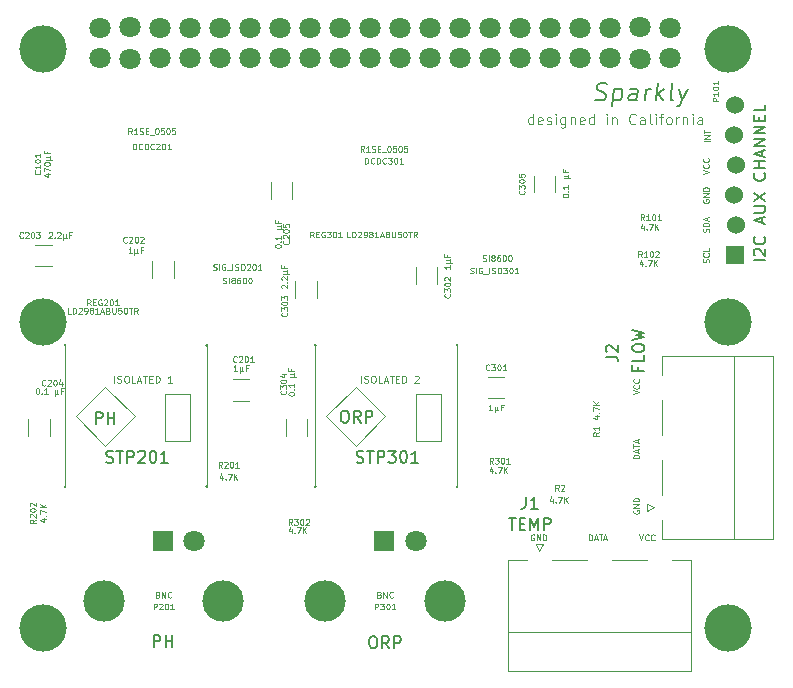
<source format=gto>
%TF.GenerationSoftware,KiCad,Pcbnew,(6.0.0-0)*%
%TF.CreationDate,2022-08-16T11:14:51-07:00*%
%TF.ProjectId,tentacle-raspi,74656e74-6163-46c6-952d-72617370692e,1.0*%
%TF.SameCoordinates,Original*%
%TF.FileFunction,Legend,Top*%
%TF.FilePolarity,Positive*%
%FSLAX46Y46*%
G04 Gerber Fmt 4.6, Leading zero omitted, Abs format (unit mm)*
G04 Created by KiCad (PCBNEW (6.0.0-0)) date 2022-08-16 11:14:51*
%MOMM*%
%LPD*%
G01*
G04 APERTURE LIST*
%ADD10C,0.080000*%
%ADD11C,0.150000*%
%ADD12C,0.200000*%
%ADD13C,0.050000*%
%ADD14C,0.090000*%
%ADD15C,0.120000*%
%ADD16C,4.000000*%
%ADD17R,1.524000X1.524000*%
%ADD18C,1.524000*%
%ADD19C,3.500000*%
%ADD20R,1.800000X1.800000*%
%ADD21C,1.800000*%
G04 APERTURE END LIST*
D10*
X135985714Y-89771428D02*
X135985714Y-89171428D01*
X136242857Y-89742857D02*
X136328571Y-89771428D01*
X136471428Y-89771428D01*
X136528571Y-89742857D01*
X136557142Y-89714285D01*
X136585714Y-89657142D01*
X136585714Y-89600000D01*
X136557142Y-89542857D01*
X136528571Y-89514285D01*
X136471428Y-89485714D01*
X136357142Y-89457142D01*
X136300000Y-89428571D01*
X136271428Y-89400000D01*
X136242857Y-89342857D01*
X136242857Y-89285714D01*
X136271428Y-89228571D01*
X136300000Y-89200000D01*
X136357142Y-89171428D01*
X136500000Y-89171428D01*
X136585714Y-89200000D01*
X136957142Y-89171428D02*
X137071428Y-89171428D01*
X137128571Y-89200000D01*
X137185714Y-89257142D01*
X137214285Y-89371428D01*
X137214285Y-89571428D01*
X137185714Y-89685714D01*
X137128571Y-89742857D01*
X137071428Y-89771428D01*
X136957142Y-89771428D01*
X136900000Y-89742857D01*
X136842857Y-89685714D01*
X136814285Y-89571428D01*
X136814285Y-89371428D01*
X136842857Y-89257142D01*
X136900000Y-89200000D01*
X136957142Y-89171428D01*
X137757142Y-89771428D02*
X137471428Y-89771428D01*
X137471428Y-89171428D01*
X137928571Y-89600000D02*
X138214285Y-89600000D01*
X137871428Y-89771428D02*
X138071428Y-89171428D01*
X138271428Y-89771428D01*
X138385714Y-89171428D02*
X138728571Y-89171428D01*
X138557142Y-89771428D02*
X138557142Y-89171428D01*
X138928571Y-89457142D02*
X139128571Y-89457142D01*
X139214285Y-89771428D02*
X138928571Y-89771428D01*
X138928571Y-89171428D01*
X139214285Y-89171428D01*
X139471428Y-89771428D02*
X139471428Y-89171428D01*
X139614285Y-89171428D01*
X139700000Y-89200000D01*
X139757142Y-89257142D01*
X139785714Y-89314285D01*
X139814285Y-89428571D01*
X139814285Y-89514285D01*
X139785714Y-89628571D01*
X139757142Y-89685714D01*
X139700000Y-89742857D01*
X139614285Y-89771428D01*
X139471428Y-89771428D01*
X140500000Y-89228571D02*
X140528571Y-89200000D01*
X140585714Y-89171428D01*
X140728571Y-89171428D01*
X140785714Y-89200000D01*
X140814285Y-89228571D01*
X140842857Y-89285714D01*
X140842857Y-89342857D01*
X140814285Y-89428571D01*
X140471428Y-89771428D01*
X140842857Y-89771428D01*
D11*
X136904761Y-111252380D02*
X137095238Y-111252380D01*
X137190476Y-111300000D01*
X137285714Y-111395238D01*
X137333333Y-111585714D01*
X137333333Y-111919047D01*
X137285714Y-112109523D01*
X137190476Y-112204761D01*
X137095238Y-112252380D01*
X136904761Y-112252380D01*
X136809523Y-112204761D01*
X136714285Y-112109523D01*
X136666666Y-111919047D01*
X136666666Y-111585714D01*
X136714285Y-111395238D01*
X136809523Y-111300000D01*
X136904761Y-111252380D01*
X138333333Y-112252380D02*
X138000000Y-111776190D01*
X137761904Y-112252380D02*
X137761904Y-111252380D01*
X138142857Y-111252380D01*
X138238095Y-111300000D01*
X138285714Y-111347619D01*
X138333333Y-111442857D01*
X138333333Y-111585714D01*
X138285714Y-111680952D01*
X138238095Y-111728571D01*
X138142857Y-111776190D01*
X137761904Y-111776190D01*
X138761904Y-112252380D02*
X138761904Y-111252380D01*
X139142857Y-111252380D01*
X139238095Y-111300000D01*
X139285714Y-111347619D01*
X139333333Y-111442857D01*
X139333333Y-111585714D01*
X139285714Y-111680952D01*
X139238095Y-111728571D01*
X139142857Y-111776190D01*
X138761904Y-111776190D01*
D12*
X155795491Y-65807142D02*
X156000848Y-65878571D01*
X156357991Y-65878571D01*
X156509776Y-65807142D01*
X156590133Y-65735714D01*
X156679419Y-65592857D01*
X156697276Y-65450000D01*
X156643705Y-65307142D01*
X156581205Y-65235714D01*
X156447276Y-65164285D01*
X156170491Y-65092857D01*
X156036562Y-65021428D01*
X155974062Y-64950000D01*
X155920491Y-64807142D01*
X155938348Y-64664285D01*
X156027633Y-64521428D01*
X156107991Y-64450000D01*
X156259776Y-64378571D01*
X156616919Y-64378571D01*
X156822276Y-64450000D01*
X157411562Y-64878571D02*
X157224062Y-66378571D01*
X157402633Y-64950000D02*
X157554419Y-64878571D01*
X157840133Y-64878571D01*
X157974062Y-64950000D01*
X158036562Y-65021428D01*
X158090133Y-65164285D01*
X158036562Y-65592857D01*
X157947276Y-65735714D01*
X157866919Y-65807142D01*
X157715133Y-65878571D01*
X157429419Y-65878571D01*
X157295491Y-65807142D01*
X159286562Y-65878571D02*
X159384776Y-65092857D01*
X159331205Y-64950000D01*
X159197276Y-64878571D01*
X158911562Y-64878571D01*
X158759776Y-64950000D01*
X159295491Y-65807142D02*
X159143705Y-65878571D01*
X158786562Y-65878571D01*
X158652633Y-65807142D01*
X158599062Y-65664285D01*
X158616919Y-65521428D01*
X158706205Y-65378571D01*
X158857991Y-65307142D01*
X159215133Y-65307142D01*
X159366919Y-65235714D01*
X160000848Y-65878571D02*
X160125848Y-64878571D01*
X160090133Y-65164285D02*
X160179419Y-65021428D01*
X160259776Y-64950000D01*
X160411562Y-64878571D01*
X160554419Y-64878571D01*
X160929419Y-65878571D02*
X161116919Y-64378571D01*
X161143705Y-65307142D02*
X161500848Y-65878571D01*
X161625848Y-64878571D02*
X160982991Y-65450000D01*
X162357991Y-65878571D02*
X162224062Y-65807142D01*
X162170491Y-65664285D01*
X162331205Y-64378571D01*
X162911562Y-64878571D02*
X163143705Y-65878571D01*
X163625848Y-64878571D02*
X163143705Y-65878571D01*
X162956205Y-66235714D01*
X162875848Y-66307142D01*
X162724062Y-66378571D01*
D11*
X118414285Y-112152380D02*
X118414285Y-111152380D01*
X118795238Y-111152380D01*
X118890476Y-111200000D01*
X118938095Y-111247619D01*
X118985714Y-111342857D01*
X118985714Y-111485714D01*
X118938095Y-111580952D01*
X118890476Y-111628571D01*
X118795238Y-111676190D01*
X118414285Y-111676190D01*
X119414285Y-112152380D02*
X119414285Y-111152380D01*
X119414285Y-111628571D02*
X119985714Y-111628571D01*
X119985714Y-112152380D02*
X119985714Y-111152380D01*
D13*
X159050000Y-100580952D02*
X159026190Y-100628571D01*
X159026190Y-100700000D01*
X159050000Y-100771428D01*
X159097619Y-100819047D01*
X159145238Y-100842857D01*
X159240476Y-100866666D01*
X159311904Y-100866666D01*
X159407142Y-100842857D01*
X159454761Y-100819047D01*
X159502380Y-100771428D01*
X159526190Y-100700000D01*
X159526190Y-100652380D01*
X159502380Y-100580952D01*
X159478571Y-100557142D01*
X159311904Y-100557142D01*
X159311904Y-100652380D01*
X159526190Y-100342857D02*
X159026190Y-100342857D01*
X159526190Y-100057142D01*
X159026190Y-100057142D01*
X159526190Y-99819047D02*
X159026190Y-99819047D01*
X159026190Y-99700000D01*
X159050000Y-99628571D01*
X159097619Y-99580952D01*
X159145238Y-99557142D01*
X159240476Y-99533333D01*
X159311904Y-99533333D01*
X159407142Y-99557142D01*
X159454761Y-99580952D01*
X159502380Y-99628571D01*
X159526190Y-99700000D01*
X159526190Y-99819047D01*
D14*
X150535714Y-67907142D02*
X150535714Y-67007142D01*
X150535714Y-67864285D02*
X150450000Y-67907142D01*
X150278571Y-67907142D01*
X150192857Y-67864285D01*
X150150000Y-67821428D01*
X150107142Y-67735714D01*
X150107142Y-67478571D01*
X150150000Y-67392857D01*
X150192857Y-67350000D01*
X150278571Y-67307142D01*
X150450000Y-67307142D01*
X150535714Y-67350000D01*
X151307142Y-67864285D02*
X151221428Y-67907142D01*
X151050000Y-67907142D01*
X150964285Y-67864285D01*
X150921428Y-67778571D01*
X150921428Y-67435714D01*
X150964285Y-67350000D01*
X151050000Y-67307142D01*
X151221428Y-67307142D01*
X151307142Y-67350000D01*
X151350000Y-67435714D01*
X151350000Y-67521428D01*
X150921428Y-67607142D01*
X151692857Y-67864285D02*
X151778571Y-67907142D01*
X151950000Y-67907142D01*
X152035714Y-67864285D01*
X152078571Y-67778571D01*
X152078571Y-67735714D01*
X152035714Y-67650000D01*
X151950000Y-67607142D01*
X151821428Y-67607142D01*
X151735714Y-67564285D01*
X151692857Y-67478571D01*
X151692857Y-67435714D01*
X151735714Y-67350000D01*
X151821428Y-67307142D01*
X151950000Y-67307142D01*
X152035714Y-67350000D01*
X152464285Y-67907142D02*
X152464285Y-67307142D01*
X152464285Y-67007142D02*
X152421428Y-67050000D01*
X152464285Y-67092857D01*
X152507142Y-67050000D01*
X152464285Y-67007142D01*
X152464285Y-67092857D01*
X153278571Y-67307142D02*
X153278571Y-68035714D01*
X153235714Y-68121428D01*
X153192857Y-68164285D01*
X153107142Y-68207142D01*
X152978571Y-68207142D01*
X152892857Y-68164285D01*
X153278571Y-67864285D02*
X153192857Y-67907142D01*
X153021428Y-67907142D01*
X152935714Y-67864285D01*
X152892857Y-67821428D01*
X152850000Y-67735714D01*
X152850000Y-67478571D01*
X152892857Y-67392857D01*
X152935714Y-67350000D01*
X153021428Y-67307142D01*
X153192857Y-67307142D01*
X153278571Y-67350000D01*
X153707142Y-67307142D02*
X153707142Y-67907142D01*
X153707142Y-67392857D02*
X153750000Y-67350000D01*
X153835714Y-67307142D01*
X153964285Y-67307142D01*
X154050000Y-67350000D01*
X154092857Y-67435714D01*
X154092857Y-67907142D01*
X154864285Y-67864285D02*
X154778571Y-67907142D01*
X154607142Y-67907142D01*
X154521428Y-67864285D01*
X154478571Y-67778571D01*
X154478571Y-67435714D01*
X154521428Y-67350000D01*
X154607142Y-67307142D01*
X154778571Y-67307142D01*
X154864285Y-67350000D01*
X154907142Y-67435714D01*
X154907142Y-67521428D01*
X154478571Y-67607142D01*
X155678571Y-67907142D02*
X155678571Y-67007142D01*
X155678571Y-67864285D02*
X155592857Y-67907142D01*
X155421428Y-67907142D01*
X155335714Y-67864285D01*
X155292857Y-67821428D01*
X155250000Y-67735714D01*
X155250000Y-67478571D01*
X155292857Y-67392857D01*
X155335714Y-67350000D01*
X155421428Y-67307142D01*
X155592857Y-67307142D01*
X155678571Y-67350000D01*
X156792857Y-67907142D02*
X156792857Y-67307142D01*
X156792857Y-67007142D02*
X156750000Y-67050000D01*
X156792857Y-67092857D01*
X156835714Y-67050000D01*
X156792857Y-67007142D01*
X156792857Y-67092857D01*
X157221428Y-67307142D02*
X157221428Y-67907142D01*
X157221428Y-67392857D02*
X157264285Y-67350000D01*
X157350000Y-67307142D01*
X157478571Y-67307142D01*
X157564285Y-67350000D01*
X157607142Y-67435714D01*
X157607142Y-67907142D01*
X159235714Y-67821428D02*
X159192857Y-67864285D01*
X159064285Y-67907142D01*
X158978571Y-67907142D01*
X158850000Y-67864285D01*
X158764285Y-67778571D01*
X158721428Y-67692857D01*
X158678571Y-67521428D01*
X158678571Y-67392857D01*
X158721428Y-67221428D01*
X158764285Y-67135714D01*
X158850000Y-67050000D01*
X158978571Y-67007142D01*
X159064285Y-67007142D01*
X159192857Y-67050000D01*
X159235714Y-67092857D01*
X160007142Y-67907142D02*
X160007142Y-67435714D01*
X159964285Y-67350000D01*
X159878571Y-67307142D01*
X159707142Y-67307142D01*
X159621428Y-67350000D01*
X160007142Y-67864285D02*
X159921428Y-67907142D01*
X159707142Y-67907142D01*
X159621428Y-67864285D01*
X159578571Y-67778571D01*
X159578571Y-67692857D01*
X159621428Y-67607142D01*
X159707142Y-67564285D01*
X159921428Y-67564285D01*
X160007142Y-67521428D01*
X160564285Y-67907142D02*
X160478571Y-67864285D01*
X160435714Y-67778571D01*
X160435714Y-67007142D01*
X160907142Y-67907142D02*
X160907142Y-67307142D01*
X160907142Y-67007142D02*
X160864285Y-67050000D01*
X160907142Y-67092857D01*
X160950000Y-67050000D01*
X160907142Y-67007142D01*
X160907142Y-67092857D01*
X161207142Y-67307142D02*
X161550000Y-67307142D01*
X161335714Y-67907142D02*
X161335714Y-67135714D01*
X161378571Y-67050000D01*
X161464285Y-67007142D01*
X161550000Y-67007142D01*
X161978571Y-67907142D02*
X161892857Y-67864285D01*
X161850000Y-67821428D01*
X161807142Y-67735714D01*
X161807142Y-67478571D01*
X161850000Y-67392857D01*
X161892857Y-67350000D01*
X161978571Y-67307142D01*
X162107142Y-67307142D01*
X162192857Y-67350000D01*
X162235714Y-67392857D01*
X162278571Y-67478571D01*
X162278571Y-67735714D01*
X162235714Y-67821428D01*
X162192857Y-67864285D01*
X162107142Y-67907142D01*
X161978571Y-67907142D01*
X162664285Y-67907142D02*
X162664285Y-67307142D01*
X162664285Y-67478571D02*
X162707142Y-67392857D01*
X162750000Y-67350000D01*
X162835714Y-67307142D01*
X162921428Y-67307142D01*
X163221428Y-67307142D02*
X163221428Y-67907142D01*
X163221428Y-67392857D02*
X163264285Y-67350000D01*
X163350000Y-67307142D01*
X163478571Y-67307142D01*
X163564285Y-67350000D01*
X163607142Y-67435714D01*
X163607142Y-67907142D01*
X164035714Y-67907142D02*
X164035714Y-67307142D01*
X164035714Y-67007142D02*
X163992857Y-67050000D01*
X164035714Y-67092857D01*
X164078571Y-67050000D01*
X164035714Y-67007142D01*
X164035714Y-67092857D01*
X164850000Y-67907142D02*
X164850000Y-67435714D01*
X164807142Y-67350000D01*
X164721428Y-67307142D01*
X164550000Y-67307142D01*
X164464285Y-67350000D01*
X164850000Y-67864285D02*
X164764285Y-67907142D01*
X164550000Y-67907142D01*
X164464285Y-67864285D01*
X164421428Y-67778571D01*
X164421428Y-67692857D01*
X164464285Y-67607142D01*
X164550000Y-67564285D01*
X164764285Y-67564285D01*
X164850000Y-67521428D01*
D13*
X165526190Y-69352380D02*
X165026190Y-69352380D01*
X165526190Y-69114285D02*
X165026190Y-69114285D01*
X165526190Y-68828571D01*
X165026190Y-68828571D01*
X165026190Y-68661904D02*
X165026190Y-68376190D01*
X165526190Y-68519047D02*
X165026190Y-68519047D01*
D11*
X113514285Y-93252380D02*
X113514285Y-92252380D01*
X113895238Y-92252380D01*
X113990476Y-92300000D01*
X114038095Y-92347619D01*
X114085714Y-92442857D01*
X114085714Y-92585714D01*
X114038095Y-92680952D01*
X113990476Y-92728571D01*
X113895238Y-92776190D01*
X113514285Y-92776190D01*
X114514285Y-93252380D02*
X114514285Y-92252380D01*
X114514285Y-92728571D02*
X115085714Y-92728571D01*
X115085714Y-93252380D02*
X115085714Y-92252380D01*
D13*
X159026190Y-90766666D02*
X159526190Y-90600000D01*
X159026190Y-90433333D01*
X159478571Y-89980952D02*
X159502380Y-90004761D01*
X159526190Y-90076190D01*
X159526190Y-90123809D01*
X159502380Y-90195238D01*
X159454761Y-90242857D01*
X159407142Y-90266666D01*
X159311904Y-90290476D01*
X159240476Y-90290476D01*
X159145238Y-90266666D01*
X159097619Y-90242857D01*
X159050000Y-90195238D01*
X159026190Y-90123809D01*
X159026190Y-90076190D01*
X159050000Y-90004761D01*
X159073809Y-89980952D01*
X159478571Y-89480952D02*
X159502380Y-89504761D01*
X159526190Y-89576190D01*
X159526190Y-89623809D01*
X159502380Y-89695238D01*
X159454761Y-89742857D01*
X159407142Y-89766666D01*
X159311904Y-89790476D01*
X159240476Y-89790476D01*
X159145238Y-89766666D01*
X159097619Y-89742857D01*
X159050000Y-89695238D01*
X159026190Y-89623809D01*
X159026190Y-89576190D01*
X159050000Y-89504761D01*
X159073809Y-89480952D01*
D11*
X170202380Y-79421809D02*
X169202380Y-79421809D01*
X169297619Y-78993238D02*
X169250000Y-78945619D01*
X169202380Y-78850380D01*
X169202380Y-78612285D01*
X169250000Y-78517047D01*
X169297619Y-78469428D01*
X169392857Y-78421809D01*
X169488095Y-78421809D01*
X169630952Y-78469428D01*
X170202380Y-79040857D01*
X170202380Y-78421809D01*
X170107142Y-77421809D02*
X170154761Y-77469428D01*
X170202380Y-77612285D01*
X170202380Y-77707523D01*
X170154761Y-77850380D01*
X170059523Y-77945619D01*
X169964285Y-77993238D01*
X169773809Y-78040857D01*
X169630952Y-78040857D01*
X169440476Y-77993238D01*
X169345238Y-77945619D01*
X169250000Y-77850380D01*
X169202380Y-77707523D01*
X169202380Y-77612285D01*
X169250000Y-77469428D01*
X169297619Y-77421809D01*
X169916666Y-76278952D02*
X169916666Y-75802761D01*
X170202380Y-76374190D02*
X169202380Y-76040857D01*
X170202380Y-75707523D01*
X169202380Y-75374190D02*
X170011904Y-75374190D01*
X170107142Y-75326571D01*
X170154761Y-75278952D01*
X170202380Y-75183714D01*
X170202380Y-74993238D01*
X170154761Y-74898000D01*
X170107142Y-74850380D01*
X170011904Y-74802761D01*
X169202380Y-74802761D01*
X169202380Y-74421809D02*
X170202380Y-73755142D01*
X169202380Y-73755142D02*
X170202380Y-74421809D01*
X170107142Y-72040857D02*
X170154761Y-72088476D01*
X170202380Y-72231333D01*
X170202380Y-72326571D01*
X170154761Y-72469428D01*
X170059523Y-72564666D01*
X169964285Y-72612285D01*
X169773809Y-72659904D01*
X169630952Y-72659904D01*
X169440476Y-72612285D01*
X169345238Y-72564666D01*
X169250000Y-72469428D01*
X169202380Y-72326571D01*
X169202380Y-72231333D01*
X169250000Y-72088476D01*
X169297619Y-72040857D01*
X170202380Y-71612285D02*
X169202380Y-71612285D01*
X169678571Y-71612285D02*
X169678571Y-71040857D01*
X170202380Y-71040857D02*
X169202380Y-71040857D01*
X169916666Y-70612285D02*
X169916666Y-70136095D01*
X170202380Y-70707523D02*
X169202380Y-70374190D01*
X170202380Y-70040857D01*
X170202380Y-69707523D02*
X169202380Y-69707523D01*
X170202380Y-69136095D01*
X169202380Y-69136095D01*
X170202380Y-68659904D02*
X169202380Y-68659904D01*
X170202380Y-68088476D01*
X169202380Y-68088476D01*
X169678571Y-67612285D02*
X169678571Y-67278952D01*
X170202380Y-67136095D02*
X170202380Y-67612285D01*
X169202380Y-67612285D01*
X169202380Y-67136095D01*
X170202380Y-66231333D02*
X170202380Y-66707523D01*
X169202380Y-66707523D01*
D10*
X115085714Y-89771428D02*
X115085714Y-89171428D01*
X115342857Y-89742857D02*
X115428571Y-89771428D01*
X115571428Y-89771428D01*
X115628571Y-89742857D01*
X115657142Y-89714285D01*
X115685714Y-89657142D01*
X115685714Y-89600000D01*
X115657142Y-89542857D01*
X115628571Y-89514285D01*
X115571428Y-89485714D01*
X115457142Y-89457142D01*
X115400000Y-89428571D01*
X115371428Y-89400000D01*
X115342857Y-89342857D01*
X115342857Y-89285714D01*
X115371428Y-89228571D01*
X115400000Y-89200000D01*
X115457142Y-89171428D01*
X115600000Y-89171428D01*
X115685714Y-89200000D01*
X116057142Y-89171428D02*
X116171428Y-89171428D01*
X116228571Y-89200000D01*
X116285714Y-89257142D01*
X116314285Y-89371428D01*
X116314285Y-89571428D01*
X116285714Y-89685714D01*
X116228571Y-89742857D01*
X116171428Y-89771428D01*
X116057142Y-89771428D01*
X116000000Y-89742857D01*
X115942857Y-89685714D01*
X115914285Y-89571428D01*
X115914285Y-89371428D01*
X115942857Y-89257142D01*
X116000000Y-89200000D01*
X116057142Y-89171428D01*
X116857142Y-89771428D02*
X116571428Y-89771428D01*
X116571428Y-89171428D01*
X117028571Y-89600000D02*
X117314285Y-89600000D01*
X116971428Y-89771428D02*
X117171428Y-89171428D01*
X117371428Y-89771428D01*
X117485714Y-89171428D02*
X117828571Y-89171428D01*
X117657142Y-89771428D02*
X117657142Y-89171428D01*
X118028571Y-89457142D02*
X118228571Y-89457142D01*
X118314285Y-89771428D02*
X118028571Y-89771428D01*
X118028571Y-89171428D01*
X118314285Y-89171428D01*
X118571428Y-89771428D02*
X118571428Y-89171428D01*
X118714285Y-89171428D01*
X118800000Y-89200000D01*
X118857142Y-89257142D01*
X118885714Y-89314285D01*
X118914285Y-89428571D01*
X118914285Y-89514285D01*
X118885714Y-89628571D01*
X118857142Y-89685714D01*
X118800000Y-89742857D01*
X118714285Y-89771428D01*
X118571428Y-89771428D01*
X119942857Y-89771428D02*
X119600000Y-89771428D01*
X119771428Y-89771428D02*
X119771428Y-89171428D01*
X119714285Y-89257142D01*
X119657142Y-89314285D01*
X119600000Y-89342857D01*
D11*
X148490476Y-101252380D02*
X149061904Y-101252380D01*
X148776190Y-102252380D02*
X148776190Y-101252380D01*
X149395238Y-101728571D02*
X149728571Y-101728571D01*
X149871428Y-102252380D02*
X149395238Y-102252380D01*
X149395238Y-101252380D01*
X149871428Y-101252380D01*
X150300000Y-102252380D02*
X150300000Y-101252380D01*
X150633333Y-101966666D01*
X150966666Y-101252380D01*
X150966666Y-102252380D01*
X151442857Y-102252380D02*
X151442857Y-101252380D01*
X151823809Y-101252380D01*
X151919047Y-101300000D01*
X151966666Y-101347619D01*
X152014285Y-101442857D01*
X152014285Y-101585714D01*
X151966666Y-101680952D01*
X151919047Y-101728571D01*
X151823809Y-101776190D01*
X151442857Y-101776190D01*
D13*
X165402380Y-77007142D02*
X165426190Y-76935714D01*
X165426190Y-76816666D01*
X165402380Y-76769047D01*
X165378571Y-76745238D01*
X165330952Y-76721428D01*
X165283333Y-76721428D01*
X165235714Y-76745238D01*
X165211904Y-76769047D01*
X165188095Y-76816666D01*
X165164285Y-76911904D01*
X165140476Y-76959523D01*
X165116666Y-76983333D01*
X165069047Y-77007142D01*
X165021428Y-77007142D01*
X164973809Y-76983333D01*
X164950000Y-76959523D01*
X164926190Y-76911904D01*
X164926190Y-76792857D01*
X164950000Y-76721428D01*
X165426190Y-76507142D02*
X164926190Y-76507142D01*
X164926190Y-76388095D01*
X164950000Y-76316666D01*
X164997619Y-76269047D01*
X165045238Y-76245238D01*
X165140476Y-76221428D01*
X165211904Y-76221428D01*
X165307142Y-76245238D01*
X165354761Y-76269047D01*
X165402380Y-76316666D01*
X165426190Y-76388095D01*
X165426190Y-76507142D01*
X165283333Y-76030952D02*
X165283333Y-75792857D01*
X165426190Y-76078571D02*
X164926190Y-75911904D01*
X165426190Y-75745238D01*
D11*
X159428571Y-88457142D02*
X159428571Y-88790476D01*
X159952380Y-88790476D02*
X158952380Y-88790476D01*
X158952380Y-88314285D01*
X159952380Y-87457142D02*
X159952380Y-87933333D01*
X158952380Y-87933333D01*
X158952380Y-86933333D02*
X158952380Y-86742857D01*
X159000000Y-86647619D01*
X159095238Y-86552380D01*
X159285714Y-86504761D01*
X159619047Y-86504761D01*
X159809523Y-86552380D01*
X159904761Y-86647619D01*
X159952380Y-86742857D01*
X159952380Y-86933333D01*
X159904761Y-87028571D01*
X159809523Y-87123809D01*
X159619047Y-87171428D01*
X159285714Y-87171428D01*
X159095238Y-87123809D01*
X159000000Y-87028571D01*
X158952380Y-86933333D01*
X158952380Y-86171428D02*
X159952380Y-85933333D01*
X159238095Y-85742857D01*
X159952380Y-85552380D01*
X158952380Y-85314285D01*
D13*
X165402380Y-79595238D02*
X165426190Y-79523809D01*
X165426190Y-79404761D01*
X165402380Y-79357142D01*
X165378571Y-79333333D01*
X165330952Y-79309523D01*
X165283333Y-79309523D01*
X165235714Y-79333333D01*
X165211904Y-79357142D01*
X165188095Y-79404761D01*
X165164285Y-79500000D01*
X165140476Y-79547619D01*
X165116666Y-79571428D01*
X165069047Y-79595238D01*
X165021428Y-79595238D01*
X164973809Y-79571428D01*
X164950000Y-79547619D01*
X164926190Y-79500000D01*
X164926190Y-79380952D01*
X164950000Y-79309523D01*
X165378571Y-78809523D02*
X165402380Y-78833333D01*
X165426190Y-78904761D01*
X165426190Y-78952380D01*
X165402380Y-79023809D01*
X165354761Y-79071428D01*
X165307142Y-79095238D01*
X165211904Y-79119047D01*
X165140476Y-79119047D01*
X165045238Y-79095238D01*
X164997619Y-79071428D01*
X164950000Y-79023809D01*
X164926190Y-78952380D01*
X164926190Y-78904761D01*
X164950000Y-78833333D01*
X164973809Y-78809523D01*
X165426190Y-78357142D02*
X165426190Y-78595238D01*
X164926190Y-78595238D01*
X159526190Y-96150000D02*
X159026190Y-96150000D01*
X159026190Y-96030952D01*
X159050000Y-95959523D01*
X159097619Y-95911904D01*
X159145238Y-95888095D01*
X159240476Y-95864285D01*
X159311904Y-95864285D01*
X159407142Y-95888095D01*
X159454761Y-95911904D01*
X159502380Y-95959523D01*
X159526190Y-96030952D01*
X159526190Y-96150000D01*
X159383333Y-95673809D02*
X159383333Y-95435714D01*
X159526190Y-95721428D02*
X159026190Y-95554761D01*
X159526190Y-95388095D01*
X159026190Y-95292857D02*
X159026190Y-95007142D01*
X159526190Y-95150000D02*
X159026190Y-95150000D01*
X159383333Y-94864285D02*
X159383333Y-94626190D01*
X159526190Y-94911904D02*
X159026190Y-94745238D01*
X159526190Y-94578571D01*
X155250000Y-103126190D02*
X155250000Y-102626190D01*
X155369047Y-102626190D01*
X155440476Y-102650000D01*
X155488095Y-102697619D01*
X155511904Y-102745238D01*
X155535714Y-102840476D01*
X155535714Y-102911904D01*
X155511904Y-103007142D01*
X155488095Y-103054761D01*
X155440476Y-103102380D01*
X155369047Y-103126190D01*
X155250000Y-103126190D01*
X155726190Y-102983333D02*
X155964285Y-102983333D01*
X155678571Y-103126190D02*
X155845238Y-102626190D01*
X156011904Y-103126190D01*
X156107142Y-102626190D02*
X156392857Y-102626190D01*
X156250000Y-103126190D02*
X156250000Y-102626190D01*
X156535714Y-102983333D02*
X156773809Y-102983333D01*
X156488095Y-103126190D02*
X156654761Y-102626190D01*
X156821428Y-103126190D01*
D11*
X134504761Y-92152380D02*
X134695238Y-92152380D01*
X134790476Y-92200000D01*
X134885714Y-92295238D01*
X134933333Y-92485714D01*
X134933333Y-92819047D01*
X134885714Y-93009523D01*
X134790476Y-93104761D01*
X134695238Y-93152380D01*
X134504761Y-93152380D01*
X134409523Y-93104761D01*
X134314285Y-93009523D01*
X134266666Y-92819047D01*
X134266666Y-92485714D01*
X134314285Y-92295238D01*
X134409523Y-92200000D01*
X134504761Y-92152380D01*
X135933333Y-93152380D02*
X135600000Y-92676190D01*
X135361904Y-93152380D02*
X135361904Y-92152380D01*
X135742857Y-92152380D01*
X135838095Y-92200000D01*
X135885714Y-92247619D01*
X135933333Y-92342857D01*
X135933333Y-92485714D01*
X135885714Y-92580952D01*
X135838095Y-92628571D01*
X135742857Y-92676190D01*
X135361904Y-92676190D01*
X136361904Y-93152380D02*
X136361904Y-92152380D01*
X136742857Y-92152380D01*
X136838095Y-92200000D01*
X136885714Y-92247619D01*
X136933333Y-92342857D01*
X136933333Y-92485714D01*
X136885714Y-92580952D01*
X136838095Y-92628571D01*
X136742857Y-92676190D01*
X136361904Y-92676190D01*
D13*
X150619047Y-102650000D02*
X150571428Y-102626190D01*
X150500000Y-102626190D01*
X150428571Y-102650000D01*
X150380952Y-102697619D01*
X150357142Y-102745238D01*
X150333333Y-102840476D01*
X150333333Y-102911904D01*
X150357142Y-103007142D01*
X150380952Y-103054761D01*
X150428571Y-103102380D01*
X150500000Y-103126190D01*
X150547619Y-103126190D01*
X150619047Y-103102380D01*
X150642857Y-103078571D01*
X150642857Y-102911904D01*
X150547619Y-102911904D01*
X150857142Y-103126190D02*
X150857142Y-102626190D01*
X151142857Y-103126190D01*
X151142857Y-102626190D01*
X151380952Y-103126190D02*
X151380952Y-102626190D01*
X151500000Y-102626190D01*
X151571428Y-102650000D01*
X151619047Y-102697619D01*
X151642857Y-102745238D01*
X151666666Y-102840476D01*
X151666666Y-102911904D01*
X151642857Y-103007142D01*
X151619047Y-103054761D01*
X151571428Y-103102380D01*
X151500000Y-103126190D01*
X151380952Y-103126190D01*
X164950000Y-74280952D02*
X164926190Y-74328571D01*
X164926190Y-74400000D01*
X164950000Y-74471428D01*
X164997619Y-74519047D01*
X165045238Y-74542857D01*
X165140476Y-74566666D01*
X165211904Y-74566666D01*
X165307142Y-74542857D01*
X165354761Y-74519047D01*
X165402380Y-74471428D01*
X165426190Y-74400000D01*
X165426190Y-74352380D01*
X165402380Y-74280952D01*
X165378571Y-74257142D01*
X165211904Y-74257142D01*
X165211904Y-74352380D01*
X165426190Y-74042857D02*
X164926190Y-74042857D01*
X165426190Y-73757142D01*
X164926190Y-73757142D01*
X165426190Y-73519047D02*
X164926190Y-73519047D01*
X164926190Y-73400000D01*
X164950000Y-73328571D01*
X164997619Y-73280952D01*
X165045238Y-73257142D01*
X165140476Y-73233333D01*
X165211904Y-73233333D01*
X165307142Y-73257142D01*
X165354761Y-73280952D01*
X165402380Y-73328571D01*
X165426190Y-73400000D01*
X165426190Y-73519047D01*
X159533333Y-102626190D02*
X159700000Y-103126190D01*
X159866666Y-102626190D01*
X160319047Y-103078571D02*
X160295238Y-103102380D01*
X160223809Y-103126190D01*
X160176190Y-103126190D01*
X160104761Y-103102380D01*
X160057142Y-103054761D01*
X160033333Y-103007142D01*
X160009523Y-102911904D01*
X160009523Y-102840476D01*
X160033333Y-102745238D01*
X160057142Y-102697619D01*
X160104761Y-102650000D01*
X160176190Y-102626190D01*
X160223809Y-102626190D01*
X160295238Y-102650000D01*
X160319047Y-102673809D01*
X160819047Y-103078571D02*
X160795238Y-103102380D01*
X160723809Y-103126190D01*
X160676190Y-103126190D01*
X160604761Y-103102380D01*
X160557142Y-103054761D01*
X160533333Y-103007142D01*
X160509523Y-102911904D01*
X160509523Y-102840476D01*
X160533333Y-102745238D01*
X160557142Y-102697619D01*
X160604761Y-102650000D01*
X160676190Y-102626190D01*
X160723809Y-102626190D01*
X160795238Y-102650000D01*
X160819047Y-102673809D01*
X164926190Y-72066666D02*
X165426190Y-71900000D01*
X164926190Y-71733333D01*
X165378571Y-71280952D02*
X165402380Y-71304761D01*
X165426190Y-71376190D01*
X165426190Y-71423809D01*
X165402380Y-71495238D01*
X165354761Y-71542857D01*
X165307142Y-71566666D01*
X165211904Y-71590476D01*
X165140476Y-71590476D01*
X165045238Y-71566666D01*
X164997619Y-71542857D01*
X164950000Y-71495238D01*
X164926190Y-71423809D01*
X164926190Y-71376190D01*
X164950000Y-71304761D01*
X164973809Y-71280952D01*
X165378571Y-70780952D02*
X165402380Y-70804761D01*
X165426190Y-70876190D01*
X165426190Y-70923809D01*
X165402380Y-70995238D01*
X165354761Y-71042857D01*
X165307142Y-71066666D01*
X165211904Y-71090476D01*
X165140476Y-71090476D01*
X165045238Y-71066666D01*
X164997619Y-71042857D01*
X164950000Y-70995238D01*
X164926190Y-70923809D01*
X164926190Y-70876190D01*
X164950000Y-70804761D01*
X164973809Y-70780952D01*
D11*
%TO.C,J2*%
X156702380Y-87583333D02*
X157416666Y-87583333D01*
X157559523Y-87630952D01*
X157654761Y-87726190D01*
X157702380Y-87869047D01*
X157702380Y-87964285D01*
X156797619Y-87154761D02*
X156750000Y-87107142D01*
X156702380Y-87011904D01*
X156702380Y-86773809D01*
X156750000Y-86678571D01*
X156797619Y-86630952D01*
X156892857Y-86583333D01*
X156988095Y-86583333D01*
X157130952Y-86630952D01*
X157702380Y-87202380D01*
X157702380Y-86583333D01*
%TO.C,J1*%
X149916666Y-99452380D02*
X149916666Y-100166666D01*
X149869047Y-100309523D01*
X149773809Y-100404761D01*
X149630952Y-100452380D01*
X149535714Y-100452380D01*
X150916666Y-100452380D02*
X150345238Y-100452380D01*
X150630952Y-100452380D02*
X150630952Y-99452380D01*
X150535714Y-99595238D01*
X150440476Y-99690476D01*
X150345238Y-99738095D01*
D13*
%TO.C,C101*%
X108778571Y-71809523D02*
X108802380Y-71833333D01*
X108826190Y-71904761D01*
X108826190Y-71952380D01*
X108802380Y-72023809D01*
X108754761Y-72071428D01*
X108707142Y-72095238D01*
X108611904Y-72119047D01*
X108540476Y-72119047D01*
X108445238Y-72095238D01*
X108397619Y-72071428D01*
X108350000Y-72023809D01*
X108326190Y-71952380D01*
X108326190Y-71904761D01*
X108350000Y-71833333D01*
X108373809Y-71809523D01*
X108826190Y-71333333D02*
X108826190Y-71619047D01*
X108826190Y-71476190D02*
X108326190Y-71476190D01*
X108397619Y-71523809D01*
X108445238Y-71571428D01*
X108469047Y-71619047D01*
X108326190Y-71023809D02*
X108326190Y-70976190D01*
X108350000Y-70928571D01*
X108373809Y-70904761D01*
X108421428Y-70880952D01*
X108516666Y-70857142D01*
X108635714Y-70857142D01*
X108730952Y-70880952D01*
X108778571Y-70904761D01*
X108802380Y-70928571D01*
X108826190Y-70976190D01*
X108826190Y-71023809D01*
X108802380Y-71071428D01*
X108778571Y-71095238D01*
X108730952Y-71119047D01*
X108635714Y-71142857D01*
X108516666Y-71142857D01*
X108421428Y-71119047D01*
X108373809Y-71095238D01*
X108350000Y-71071428D01*
X108326190Y-71023809D01*
X108826190Y-70380952D02*
X108826190Y-70666666D01*
X108826190Y-70523809D02*
X108326190Y-70523809D01*
X108397619Y-70571428D01*
X108445238Y-70619047D01*
X108469047Y-70666666D01*
X109292857Y-72107142D02*
X109626190Y-72107142D01*
X109102380Y-72226190D02*
X109459523Y-72345238D01*
X109459523Y-72035714D01*
X109126190Y-71892857D02*
X109126190Y-71559523D01*
X109626190Y-71773809D01*
X109126190Y-71273809D02*
X109126190Y-71226190D01*
X109150000Y-71178571D01*
X109173809Y-71154761D01*
X109221428Y-71130952D01*
X109316666Y-71107142D01*
X109435714Y-71107142D01*
X109530952Y-71130952D01*
X109578571Y-71154761D01*
X109602380Y-71178571D01*
X109626190Y-71226190D01*
X109626190Y-71273809D01*
X109602380Y-71321428D01*
X109578571Y-71345238D01*
X109530952Y-71369047D01*
X109435714Y-71392857D01*
X109316666Y-71392857D01*
X109221428Y-71369047D01*
X109173809Y-71345238D01*
X109150000Y-71321428D01*
X109126190Y-71273809D01*
X109292857Y-70892857D02*
X109792857Y-70892857D01*
X109554761Y-70654761D02*
X109602380Y-70630952D01*
X109626190Y-70583333D01*
X109554761Y-70892857D02*
X109602380Y-70869047D01*
X109626190Y-70821428D01*
X109626190Y-70726190D01*
X109602380Y-70678571D01*
X109554761Y-70654761D01*
X109292857Y-70654761D01*
X109364285Y-70202380D02*
X109364285Y-70369047D01*
X109626190Y-70369047D02*
X109126190Y-70369047D01*
X109126190Y-70130952D01*
%TO.C,C201*%
X125440476Y-87978571D02*
X125416666Y-88002380D01*
X125345238Y-88026190D01*
X125297619Y-88026190D01*
X125226190Y-88002380D01*
X125178571Y-87954761D01*
X125154761Y-87907142D01*
X125130952Y-87811904D01*
X125130952Y-87740476D01*
X125154761Y-87645238D01*
X125178571Y-87597619D01*
X125226190Y-87550000D01*
X125297619Y-87526190D01*
X125345238Y-87526190D01*
X125416666Y-87550000D01*
X125440476Y-87573809D01*
X125630952Y-87573809D02*
X125654761Y-87550000D01*
X125702380Y-87526190D01*
X125821428Y-87526190D01*
X125869047Y-87550000D01*
X125892857Y-87573809D01*
X125916666Y-87621428D01*
X125916666Y-87669047D01*
X125892857Y-87740476D01*
X125607142Y-88026190D01*
X125916666Y-88026190D01*
X126226190Y-87526190D02*
X126273809Y-87526190D01*
X126321428Y-87550000D01*
X126345238Y-87573809D01*
X126369047Y-87621428D01*
X126392857Y-87716666D01*
X126392857Y-87835714D01*
X126369047Y-87930952D01*
X126345238Y-87978571D01*
X126321428Y-88002380D01*
X126273809Y-88026190D01*
X126226190Y-88026190D01*
X126178571Y-88002380D01*
X126154761Y-87978571D01*
X126130952Y-87930952D01*
X126107142Y-87835714D01*
X126107142Y-87716666D01*
X126130952Y-87621428D01*
X126154761Y-87573809D01*
X126178571Y-87550000D01*
X126226190Y-87526190D01*
X126869047Y-88026190D02*
X126583333Y-88026190D01*
X126726190Y-88026190D02*
X126726190Y-87526190D01*
X126678571Y-87597619D01*
X126630952Y-87645238D01*
X126583333Y-87669047D01*
X125466666Y-88776190D02*
X125180952Y-88776190D01*
X125323809Y-88776190D02*
X125323809Y-88276190D01*
X125276190Y-88347619D01*
X125228571Y-88395238D01*
X125180952Y-88419047D01*
X125680952Y-88442857D02*
X125680952Y-88942857D01*
X125919047Y-88704761D02*
X125942857Y-88752380D01*
X125990476Y-88776190D01*
X125680952Y-88704761D02*
X125704761Y-88752380D01*
X125752380Y-88776190D01*
X125847619Y-88776190D01*
X125895238Y-88752380D01*
X125919047Y-88704761D01*
X125919047Y-88442857D01*
X126371428Y-88514285D02*
X126204761Y-88514285D01*
X126204761Y-88776190D02*
X126204761Y-88276190D01*
X126442857Y-88276190D01*
%TO.C,C202*%
X116140476Y-77878571D02*
X116116666Y-77902380D01*
X116045238Y-77926190D01*
X115997619Y-77926190D01*
X115926190Y-77902380D01*
X115878571Y-77854761D01*
X115854761Y-77807142D01*
X115830952Y-77711904D01*
X115830952Y-77640476D01*
X115854761Y-77545238D01*
X115878571Y-77497619D01*
X115926190Y-77450000D01*
X115997619Y-77426190D01*
X116045238Y-77426190D01*
X116116666Y-77450000D01*
X116140476Y-77473809D01*
X116330952Y-77473809D02*
X116354761Y-77450000D01*
X116402380Y-77426190D01*
X116521428Y-77426190D01*
X116569047Y-77450000D01*
X116592857Y-77473809D01*
X116616666Y-77521428D01*
X116616666Y-77569047D01*
X116592857Y-77640476D01*
X116307142Y-77926190D01*
X116616666Y-77926190D01*
X116926190Y-77426190D02*
X116973809Y-77426190D01*
X117021428Y-77450000D01*
X117045238Y-77473809D01*
X117069047Y-77521428D01*
X117092857Y-77616666D01*
X117092857Y-77735714D01*
X117069047Y-77830952D01*
X117045238Y-77878571D01*
X117021428Y-77902380D01*
X116973809Y-77926190D01*
X116926190Y-77926190D01*
X116878571Y-77902380D01*
X116854761Y-77878571D01*
X116830952Y-77830952D01*
X116807142Y-77735714D01*
X116807142Y-77616666D01*
X116830952Y-77521428D01*
X116854761Y-77473809D01*
X116878571Y-77450000D01*
X116926190Y-77426190D01*
X117283333Y-77473809D02*
X117307142Y-77450000D01*
X117354761Y-77426190D01*
X117473809Y-77426190D01*
X117521428Y-77450000D01*
X117545238Y-77473809D01*
X117569047Y-77521428D01*
X117569047Y-77569047D01*
X117545238Y-77640476D01*
X117259523Y-77926190D01*
X117569047Y-77926190D01*
X116566666Y-78826190D02*
X116280952Y-78826190D01*
X116423809Y-78826190D02*
X116423809Y-78326190D01*
X116376190Y-78397619D01*
X116328571Y-78445238D01*
X116280952Y-78469047D01*
X116780952Y-78492857D02*
X116780952Y-78992857D01*
X117019047Y-78754761D02*
X117042857Y-78802380D01*
X117090476Y-78826190D01*
X116780952Y-78754761D02*
X116804761Y-78802380D01*
X116852380Y-78826190D01*
X116947619Y-78826190D01*
X116995238Y-78802380D01*
X117019047Y-78754761D01*
X117019047Y-78492857D01*
X117471428Y-78564285D02*
X117304761Y-78564285D01*
X117304761Y-78826190D02*
X117304761Y-78326190D01*
X117542857Y-78326190D01*
%TO.C,C203*%
X107340476Y-77478571D02*
X107316666Y-77502380D01*
X107245238Y-77526190D01*
X107197619Y-77526190D01*
X107126190Y-77502380D01*
X107078571Y-77454761D01*
X107054761Y-77407142D01*
X107030952Y-77311904D01*
X107030952Y-77240476D01*
X107054761Y-77145238D01*
X107078571Y-77097619D01*
X107126190Y-77050000D01*
X107197619Y-77026190D01*
X107245238Y-77026190D01*
X107316666Y-77050000D01*
X107340476Y-77073809D01*
X107530952Y-77073809D02*
X107554761Y-77050000D01*
X107602380Y-77026190D01*
X107721428Y-77026190D01*
X107769047Y-77050000D01*
X107792857Y-77073809D01*
X107816666Y-77121428D01*
X107816666Y-77169047D01*
X107792857Y-77240476D01*
X107507142Y-77526190D01*
X107816666Y-77526190D01*
X108126190Y-77026190D02*
X108173809Y-77026190D01*
X108221428Y-77050000D01*
X108245238Y-77073809D01*
X108269047Y-77121428D01*
X108292857Y-77216666D01*
X108292857Y-77335714D01*
X108269047Y-77430952D01*
X108245238Y-77478571D01*
X108221428Y-77502380D01*
X108173809Y-77526190D01*
X108126190Y-77526190D01*
X108078571Y-77502380D01*
X108054761Y-77478571D01*
X108030952Y-77430952D01*
X108007142Y-77335714D01*
X108007142Y-77216666D01*
X108030952Y-77121428D01*
X108054761Y-77073809D01*
X108078571Y-77050000D01*
X108126190Y-77026190D01*
X108459523Y-77026190D02*
X108769047Y-77026190D01*
X108602380Y-77216666D01*
X108673809Y-77216666D01*
X108721428Y-77240476D01*
X108745238Y-77264285D01*
X108769047Y-77311904D01*
X108769047Y-77430952D01*
X108745238Y-77478571D01*
X108721428Y-77502380D01*
X108673809Y-77526190D01*
X108530952Y-77526190D01*
X108483333Y-77502380D01*
X108459523Y-77478571D01*
X109523809Y-77073809D02*
X109547619Y-77050000D01*
X109595238Y-77026190D01*
X109714285Y-77026190D01*
X109761904Y-77050000D01*
X109785714Y-77073809D01*
X109809523Y-77121428D01*
X109809523Y-77169047D01*
X109785714Y-77240476D01*
X109500000Y-77526190D01*
X109809523Y-77526190D01*
X110023809Y-77478571D02*
X110047619Y-77502380D01*
X110023809Y-77526190D01*
X110000000Y-77502380D01*
X110023809Y-77478571D01*
X110023809Y-77526190D01*
X110238095Y-77073809D02*
X110261904Y-77050000D01*
X110309523Y-77026190D01*
X110428571Y-77026190D01*
X110476190Y-77050000D01*
X110500000Y-77073809D01*
X110523809Y-77121428D01*
X110523809Y-77169047D01*
X110500000Y-77240476D01*
X110214285Y-77526190D01*
X110523809Y-77526190D01*
X110738095Y-77192857D02*
X110738095Y-77692857D01*
X110976190Y-77454761D02*
X111000000Y-77502380D01*
X111047619Y-77526190D01*
X110738095Y-77454761D02*
X110761904Y-77502380D01*
X110809523Y-77526190D01*
X110904761Y-77526190D01*
X110952380Y-77502380D01*
X110976190Y-77454761D01*
X110976190Y-77192857D01*
X111428571Y-77264285D02*
X111261904Y-77264285D01*
X111261904Y-77526190D02*
X111261904Y-77026190D01*
X111500000Y-77026190D01*
%TO.C,C204*%
X109240476Y-89978571D02*
X109216666Y-90002380D01*
X109145238Y-90026190D01*
X109097619Y-90026190D01*
X109026190Y-90002380D01*
X108978571Y-89954761D01*
X108954761Y-89907142D01*
X108930952Y-89811904D01*
X108930952Y-89740476D01*
X108954761Y-89645238D01*
X108978571Y-89597619D01*
X109026190Y-89550000D01*
X109097619Y-89526190D01*
X109145238Y-89526190D01*
X109216666Y-89550000D01*
X109240476Y-89573809D01*
X109430952Y-89573809D02*
X109454761Y-89550000D01*
X109502380Y-89526190D01*
X109621428Y-89526190D01*
X109669047Y-89550000D01*
X109692857Y-89573809D01*
X109716666Y-89621428D01*
X109716666Y-89669047D01*
X109692857Y-89740476D01*
X109407142Y-90026190D01*
X109716666Y-90026190D01*
X110026190Y-89526190D02*
X110073809Y-89526190D01*
X110121428Y-89550000D01*
X110145238Y-89573809D01*
X110169047Y-89621428D01*
X110192857Y-89716666D01*
X110192857Y-89835714D01*
X110169047Y-89930952D01*
X110145238Y-89978571D01*
X110121428Y-90002380D01*
X110073809Y-90026190D01*
X110026190Y-90026190D01*
X109978571Y-90002380D01*
X109954761Y-89978571D01*
X109930952Y-89930952D01*
X109907142Y-89835714D01*
X109907142Y-89716666D01*
X109930952Y-89621428D01*
X109954761Y-89573809D01*
X109978571Y-89550000D01*
X110026190Y-89526190D01*
X110621428Y-89692857D02*
X110621428Y-90026190D01*
X110502380Y-89502380D02*
X110383333Y-89859523D01*
X110692857Y-89859523D01*
X108552380Y-90226190D02*
X108600000Y-90226190D01*
X108647619Y-90250000D01*
X108671428Y-90273809D01*
X108695238Y-90321428D01*
X108719047Y-90416666D01*
X108719047Y-90535714D01*
X108695238Y-90630952D01*
X108671428Y-90678571D01*
X108647619Y-90702380D01*
X108600000Y-90726190D01*
X108552380Y-90726190D01*
X108504761Y-90702380D01*
X108480952Y-90678571D01*
X108457142Y-90630952D01*
X108433333Y-90535714D01*
X108433333Y-90416666D01*
X108457142Y-90321428D01*
X108480952Y-90273809D01*
X108504761Y-90250000D01*
X108552380Y-90226190D01*
X108933333Y-90678571D02*
X108957142Y-90702380D01*
X108933333Y-90726190D01*
X108909523Y-90702380D01*
X108933333Y-90678571D01*
X108933333Y-90726190D01*
X109433333Y-90726190D02*
X109147619Y-90726190D01*
X109290476Y-90726190D02*
X109290476Y-90226190D01*
X109242857Y-90297619D01*
X109195238Y-90345238D01*
X109147619Y-90369047D01*
X110028571Y-90392857D02*
X110028571Y-90892857D01*
X110266666Y-90654761D02*
X110290476Y-90702380D01*
X110338095Y-90726190D01*
X110028571Y-90654761D02*
X110052380Y-90702380D01*
X110100000Y-90726190D01*
X110195238Y-90726190D01*
X110242857Y-90702380D01*
X110266666Y-90654761D01*
X110266666Y-90392857D01*
X110719047Y-90464285D02*
X110552380Y-90464285D01*
X110552380Y-90726190D02*
X110552380Y-90226190D01*
X110790476Y-90226190D01*
%TO.C,C205*%
X129828571Y-77734523D02*
X129852380Y-77758333D01*
X129876190Y-77829761D01*
X129876190Y-77877380D01*
X129852380Y-77948809D01*
X129804761Y-77996428D01*
X129757142Y-78020238D01*
X129661904Y-78044047D01*
X129590476Y-78044047D01*
X129495238Y-78020238D01*
X129447619Y-77996428D01*
X129400000Y-77948809D01*
X129376190Y-77877380D01*
X129376190Y-77829761D01*
X129400000Y-77758333D01*
X129423809Y-77734523D01*
X129423809Y-77544047D02*
X129400000Y-77520238D01*
X129376190Y-77472619D01*
X129376190Y-77353571D01*
X129400000Y-77305952D01*
X129423809Y-77282142D01*
X129471428Y-77258333D01*
X129519047Y-77258333D01*
X129590476Y-77282142D01*
X129876190Y-77567857D01*
X129876190Y-77258333D01*
X129376190Y-76948809D02*
X129376190Y-76901190D01*
X129400000Y-76853571D01*
X129423809Y-76829761D01*
X129471428Y-76805952D01*
X129566666Y-76782142D01*
X129685714Y-76782142D01*
X129780952Y-76805952D01*
X129828571Y-76829761D01*
X129852380Y-76853571D01*
X129876190Y-76901190D01*
X129876190Y-76948809D01*
X129852380Y-76996428D01*
X129828571Y-77020238D01*
X129780952Y-77044047D01*
X129685714Y-77067857D01*
X129566666Y-77067857D01*
X129471428Y-77044047D01*
X129423809Y-77020238D01*
X129400000Y-76996428D01*
X129376190Y-76948809D01*
X129376190Y-76329761D02*
X129376190Y-76567857D01*
X129614285Y-76591666D01*
X129590476Y-76567857D01*
X129566666Y-76520238D01*
X129566666Y-76401190D01*
X129590476Y-76353571D01*
X129614285Y-76329761D01*
X129661904Y-76305952D01*
X129780952Y-76305952D01*
X129828571Y-76329761D01*
X129852380Y-76353571D01*
X129876190Y-76401190D01*
X129876190Y-76520238D01*
X129852380Y-76567857D01*
X129828571Y-76591666D01*
X128676190Y-78222619D02*
X128676190Y-78175000D01*
X128700000Y-78127380D01*
X128723809Y-78103571D01*
X128771428Y-78079761D01*
X128866666Y-78055952D01*
X128985714Y-78055952D01*
X129080952Y-78079761D01*
X129128571Y-78103571D01*
X129152380Y-78127380D01*
X129176190Y-78175000D01*
X129176190Y-78222619D01*
X129152380Y-78270238D01*
X129128571Y-78294047D01*
X129080952Y-78317857D01*
X128985714Y-78341666D01*
X128866666Y-78341666D01*
X128771428Y-78317857D01*
X128723809Y-78294047D01*
X128700000Y-78270238D01*
X128676190Y-78222619D01*
X129128571Y-77841666D02*
X129152380Y-77817857D01*
X129176190Y-77841666D01*
X129152380Y-77865476D01*
X129128571Y-77841666D01*
X129176190Y-77841666D01*
X129176190Y-77341666D02*
X129176190Y-77627380D01*
X129176190Y-77484523D02*
X128676190Y-77484523D01*
X128747619Y-77532142D01*
X128795238Y-77579761D01*
X128819047Y-77627380D01*
X128842857Y-76746428D02*
X129342857Y-76746428D01*
X129104761Y-76508333D02*
X129152380Y-76484523D01*
X129176190Y-76436904D01*
X129104761Y-76746428D02*
X129152380Y-76722619D01*
X129176190Y-76675000D01*
X129176190Y-76579761D01*
X129152380Y-76532142D01*
X129104761Y-76508333D01*
X128842857Y-76508333D01*
X128914285Y-76055952D02*
X128914285Y-76222619D01*
X129176190Y-76222619D02*
X128676190Y-76222619D01*
X128676190Y-75984523D01*
%TO.C,C301*%
X146840476Y-88678571D02*
X146816666Y-88702380D01*
X146745238Y-88726190D01*
X146697619Y-88726190D01*
X146626190Y-88702380D01*
X146578571Y-88654761D01*
X146554761Y-88607142D01*
X146530952Y-88511904D01*
X146530952Y-88440476D01*
X146554761Y-88345238D01*
X146578571Y-88297619D01*
X146626190Y-88250000D01*
X146697619Y-88226190D01*
X146745238Y-88226190D01*
X146816666Y-88250000D01*
X146840476Y-88273809D01*
X147007142Y-88226190D02*
X147316666Y-88226190D01*
X147150000Y-88416666D01*
X147221428Y-88416666D01*
X147269047Y-88440476D01*
X147292857Y-88464285D01*
X147316666Y-88511904D01*
X147316666Y-88630952D01*
X147292857Y-88678571D01*
X147269047Y-88702380D01*
X147221428Y-88726190D01*
X147078571Y-88726190D01*
X147030952Y-88702380D01*
X147007142Y-88678571D01*
X147626190Y-88226190D02*
X147673809Y-88226190D01*
X147721428Y-88250000D01*
X147745238Y-88273809D01*
X147769047Y-88321428D01*
X147792857Y-88416666D01*
X147792857Y-88535714D01*
X147769047Y-88630952D01*
X147745238Y-88678571D01*
X147721428Y-88702380D01*
X147673809Y-88726190D01*
X147626190Y-88726190D01*
X147578571Y-88702380D01*
X147554761Y-88678571D01*
X147530952Y-88630952D01*
X147507142Y-88535714D01*
X147507142Y-88416666D01*
X147530952Y-88321428D01*
X147554761Y-88273809D01*
X147578571Y-88250000D01*
X147626190Y-88226190D01*
X148269047Y-88726190D02*
X147983333Y-88726190D01*
X148126190Y-88726190D02*
X148126190Y-88226190D01*
X148078571Y-88297619D01*
X148030952Y-88345238D01*
X147983333Y-88369047D01*
X147066666Y-92126190D02*
X146780952Y-92126190D01*
X146923809Y-92126190D02*
X146923809Y-91626190D01*
X146876190Y-91697619D01*
X146828571Y-91745238D01*
X146780952Y-91769047D01*
X147280952Y-91792857D02*
X147280952Y-92292857D01*
X147519047Y-92054761D02*
X147542857Y-92102380D01*
X147590476Y-92126190D01*
X147280952Y-92054761D02*
X147304761Y-92102380D01*
X147352380Y-92126190D01*
X147447619Y-92126190D01*
X147495238Y-92102380D01*
X147519047Y-92054761D01*
X147519047Y-91792857D01*
X147971428Y-91864285D02*
X147804761Y-91864285D01*
X147804761Y-92126190D02*
X147804761Y-91626190D01*
X148042857Y-91626190D01*
%TO.C,C302*%
X143478571Y-82259523D02*
X143502380Y-82283333D01*
X143526190Y-82354761D01*
X143526190Y-82402380D01*
X143502380Y-82473809D01*
X143454761Y-82521428D01*
X143407142Y-82545238D01*
X143311904Y-82569047D01*
X143240476Y-82569047D01*
X143145238Y-82545238D01*
X143097619Y-82521428D01*
X143050000Y-82473809D01*
X143026190Y-82402380D01*
X143026190Y-82354761D01*
X143050000Y-82283333D01*
X143073809Y-82259523D01*
X143026190Y-82092857D02*
X143026190Y-81783333D01*
X143216666Y-81950000D01*
X143216666Y-81878571D01*
X143240476Y-81830952D01*
X143264285Y-81807142D01*
X143311904Y-81783333D01*
X143430952Y-81783333D01*
X143478571Y-81807142D01*
X143502380Y-81830952D01*
X143526190Y-81878571D01*
X143526190Y-82021428D01*
X143502380Y-82069047D01*
X143478571Y-82092857D01*
X143026190Y-81473809D02*
X143026190Y-81426190D01*
X143050000Y-81378571D01*
X143073809Y-81354761D01*
X143121428Y-81330952D01*
X143216666Y-81307142D01*
X143335714Y-81307142D01*
X143430952Y-81330952D01*
X143478571Y-81354761D01*
X143502380Y-81378571D01*
X143526190Y-81426190D01*
X143526190Y-81473809D01*
X143502380Y-81521428D01*
X143478571Y-81545238D01*
X143430952Y-81569047D01*
X143335714Y-81592857D01*
X143216666Y-81592857D01*
X143121428Y-81569047D01*
X143073809Y-81545238D01*
X143050000Y-81521428D01*
X143026190Y-81473809D01*
X143073809Y-81116666D02*
X143050000Y-81092857D01*
X143026190Y-81045238D01*
X143026190Y-80926190D01*
X143050000Y-80878571D01*
X143073809Y-80854761D01*
X143121428Y-80830952D01*
X143169047Y-80830952D01*
X143240476Y-80854761D01*
X143526190Y-81140476D01*
X143526190Y-80830952D01*
X143526190Y-79833333D02*
X143526190Y-80119047D01*
X143526190Y-79976190D02*
X143026190Y-79976190D01*
X143097619Y-80023809D01*
X143145238Y-80071428D01*
X143169047Y-80119047D01*
X143192857Y-79619047D02*
X143692857Y-79619047D01*
X143454761Y-79380952D02*
X143502380Y-79357142D01*
X143526190Y-79309523D01*
X143454761Y-79619047D02*
X143502380Y-79595238D01*
X143526190Y-79547619D01*
X143526190Y-79452380D01*
X143502380Y-79404761D01*
X143454761Y-79380952D01*
X143192857Y-79380952D01*
X143264285Y-78928571D02*
X143264285Y-79095238D01*
X143526190Y-79095238D02*
X143026190Y-79095238D01*
X143026190Y-78857142D01*
%TO.C,C303*%
X129678571Y-83859523D02*
X129702380Y-83883333D01*
X129726190Y-83954761D01*
X129726190Y-84002380D01*
X129702380Y-84073809D01*
X129654761Y-84121428D01*
X129607142Y-84145238D01*
X129511904Y-84169047D01*
X129440476Y-84169047D01*
X129345238Y-84145238D01*
X129297619Y-84121428D01*
X129250000Y-84073809D01*
X129226190Y-84002380D01*
X129226190Y-83954761D01*
X129250000Y-83883333D01*
X129273809Y-83859523D01*
X129226190Y-83692857D02*
X129226190Y-83383333D01*
X129416666Y-83550000D01*
X129416666Y-83478571D01*
X129440476Y-83430952D01*
X129464285Y-83407142D01*
X129511904Y-83383333D01*
X129630952Y-83383333D01*
X129678571Y-83407142D01*
X129702380Y-83430952D01*
X129726190Y-83478571D01*
X129726190Y-83621428D01*
X129702380Y-83669047D01*
X129678571Y-83692857D01*
X129226190Y-83073809D02*
X129226190Y-83026190D01*
X129250000Y-82978571D01*
X129273809Y-82954761D01*
X129321428Y-82930952D01*
X129416666Y-82907142D01*
X129535714Y-82907142D01*
X129630952Y-82930952D01*
X129678571Y-82954761D01*
X129702380Y-82978571D01*
X129726190Y-83026190D01*
X129726190Y-83073809D01*
X129702380Y-83121428D01*
X129678571Y-83145238D01*
X129630952Y-83169047D01*
X129535714Y-83192857D01*
X129416666Y-83192857D01*
X129321428Y-83169047D01*
X129273809Y-83145238D01*
X129250000Y-83121428D01*
X129226190Y-83073809D01*
X129226190Y-82740476D02*
X129226190Y-82430952D01*
X129416666Y-82597619D01*
X129416666Y-82526190D01*
X129440476Y-82478571D01*
X129464285Y-82454761D01*
X129511904Y-82430952D01*
X129630952Y-82430952D01*
X129678571Y-82454761D01*
X129702380Y-82478571D01*
X129726190Y-82526190D01*
X129726190Y-82669047D01*
X129702380Y-82716666D01*
X129678571Y-82740476D01*
X129273809Y-81776190D02*
X129250000Y-81752380D01*
X129226190Y-81704761D01*
X129226190Y-81585714D01*
X129250000Y-81538095D01*
X129273809Y-81514285D01*
X129321428Y-81490476D01*
X129369047Y-81490476D01*
X129440476Y-81514285D01*
X129726190Y-81800000D01*
X129726190Y-81490476D01*
X129678571Y-81276190D02*
X129702380Y-81252380D01*
X129726190Y-81276190D01*
X129702380Y-81300000D01*
X129678571Y-81276190D01*
X129726190Y-81276190D01*
X129273809Y-81061904D02*
X129250000Y-81038095D01*
X129226190Y-80990476D01*
X129226190Y-80871428D01*
X129250000Y-80823809D01*
X129273809Y-80800000D01*
X129321428Y-80776190D01*
X129369047Y-80776190D01*
X129440476Y-80800000D01*
X129726190Y-81085714D01*
X129726190Y-80776190D01*
X129392857Y-80561904D02*
X129892857Y-80561904D01*
X129654761Y-80323809D02*
X129702380Y-80300000D01*
X129726190Y-80252380D01*
X129654761Y-80561904D02*
X129702380Y-80538095D01*
X129726190Y-80490476D01*
X129726190Y-80395238D01*
X129702380Y-80347619D01*
X129654761Y-80323809D01*
X129392857Y-80323809D01*
X129464285Y-79871428D02*
X129464285Y-80038095D01*
X129726190Y-80038095D02*
X129226190Y-80038095D01*
X129226190Y-79800000D01*
%TO.C,C304*%
X129578571Y-90459523D02*
X129602380Y-90483333D01*
X129626190Y-90554761D01*
X129626190Y-90602380D01*
X129602380Y-90673809D01*
X129554761Y-90721428D01*
X129507142Y-90745238D01*
X129411904Y-90769047D01*
X129340476Y-90769047D01*
X129245238Y-90745238D01*
X129197619Y-90721428D01*
X129150000Y-90673809D01*
X129126190Y-90602380D01*
X129126190Y-90554761D01*
X129150000Y-90483333D01*
X129173809Y-90459523D01*
X129126190Y-90292857D02*
X129126190Y-89983333D01*
X129316666Y-90150000D01*
X129316666Y-90078571D01*
X129340476Y-90030952D01*
X129364285Y-90007142D01*
X129411904Y-89983333D01*
X129530952Y-89983333D01*
X129578571Y-90007142D01*
X129602380Y-90030952D01*
X129626190Y-90078571D01*
X129626190Y-90221428D01*
X129602380Y-90269047D01*
X129578571Y-90292857D01*
X129126190Y-89673809D02*
X129126190Y-89626190D01*
X129150000Y-89578571D01*
X129173809Y-89554761D01*
X129221428Y-89530952D01*
X129316666Y-89507142D01*
X129435714Y-89507142D01*
X129530952Y-89530952D01*
X129578571Y-89554761D01*
X129602380Y-89578571D01*
X129626190Y-89626190D01*
X129626190Y-89673809D01*
X129602380Y-89721428D01*
X129578571Y-89745238D01*
X129530952Y-89769047D01*
X129435714Y-89792857D01*
X129316666Y-89792857D01*
X129221428Y-89769047D01*
X129173809Y-89745238D01*
X129150000Y-89721428D01*
X129126190Y-89673809D01*
X129292857Y-89078571D02*
X129626190Y-89078571D01*
X129102380Y-89197619D02*
X129459523Y-89316666D01*
X129459523Y-89007142D01*
X129826190Y-90747619D02*
X129826190Y-90700000D01*
X129850000Y-90652380D01*
X129873809Y-90628571D01*
X129921428Y-90604761D01*
X130016666Y-90580952D01*
X130135714Y-90580952D01*
X130230952Y-90604761D01*
X130278571Y-90628571D01*
X130302380Y-90652380D01*
X130326190Y-90700000D01*
X130326190Y-90747619D01*
X130302380Y-90795238D01*
X130278571Y-90819047D01*
X130230952Y-90842857D01*
X130135714Y-90866666D01*
X130016666Y-90866666D01*
X129921428Y-90842857D01*
X129873809Y-90819047D01*
X129850000Y-90795238D01*
X129826190Y-90747619D01*
X130278571Y-90366666D02*
X130302380Y-90342857D01*
X130326190Y-90366666D01*
X130302380Y-90390476D01*
X130278571Y-90366666D01*
X130326190Y-90366666D01*
X130326190Y-89866666D02*
X130326190Y-90152380D01*
X130326190Y-90009523D02*
X129826190Y-90009523D01*
X129897619Y-90057142D01*
X129945238Y-90104761D01*
X129969047Y-90152380D01*
X129992857Y-89271428D02*
X130492857Y-89271428D01*
X130254761Y-89033333D02*
X130302380Y-89009523D01*
X130326190Y-88961904D01*
X130254761Y-89271428D02*
X130302380Y-89247619D01*
X130326190Y-89200000D01*
X130326190Y-89104761D01*
X130302380Y-89057142D01*
X130254761Y-89033333D01*
X129992857Y-89033333D01*
X130064285Y-88580952D02*
X130064285Y-88747619D01*
X130326190Y-88747619D02*
X129826190Y-88747619D01*
X129826190Y-88509523D01*
%TO.C,C305*%
X149778571Y-73512023D02*
X149802380Y-73535833D01*
X149826190Y-73607261D01*
X149826190Y-73654880D01*
X149802380Y-73726309D01*
X149754761Y-73773928D01*
X149707142Y-73797738D01*
X149611904Y-73821547D01*
X149540476Y-73821547D01*
X149445238Y-73797738D01*
X149397619Y-73773928D01*
X149350000Y-73726309D01*
X149326190Y-73654880D01*
X149326190Y-73607261D01*
X149350000Y-73535833D01*
X149373809Y-73512023D01*
X149326190Y-73345357D02*
X149326190Y-73035833D01*
X149516666Y-73202500D01*
X149516666Y-73131071D01*
X149540476Y-73083452D01*
X149564285Y-73059642D01*
X149611904Y-73035833D01*
X149730952Y-73035833D01*
X149778571Y-73059642D01*
X149802380Y-73083452D01*
X149826190Y-73131071D01*
X149826190Y-73273928D01*
X149802380Y-73321547D01*
X149778571Y-73345357D01*
X149326190Y-72726309D02*
X149326190Y-72678690D01*
X149350000Y-72631071D01*
X149373809Y-72607261D01*
X149421428Y-72583452D01*
X149516666Y-72559642D01*
X149635714Y-72559642D01*
X149730952Y-72583452D01*
X149778571Y-72607261D01*
X149802380Y-72631071D01*
X149826190Y-72678690D01*
X149826190Y-72726309D01*
X149802380Y-72773928D01*
X149778571Y-72797738D01*
X149730952Y-72821547D01*
X149635714Y-72845357D01*
X149516666Y-72845357D01*
X149421428Y-72821547D01*
X149373809Y-72797738D01*
X149350000Y-72773928D01*
X149326190Y-72726309D01*
X149326190Y-72107261D02*
X149326190Y-72345357D01*
X149564285Y-72369166D01*
X149540476Y-72345357D01*
X149516666Y-72297738D01*
X149516666Y-72178690D01*
X149540476Y-72131071D01*
X149564285Y-72107261D01*
X149611904Y-72083452D01*
X149730952Y-72083452D01*
X149778571Y-72107261D01*
X149802380Y-72131071D01*
X149826190Y-72178690D01*
X149826190Y-72297738D01*
X149802380Y-72345357D01*
X149778571Y-72369166D01*
X153026190Y-73947619D02*
X153026190Y-73900000D01*
X153050000Y-73852380D01*
X153073809Y-73828571D01*
X153121428Y-73804761D01*
X153216666Y-73780952D01*
X153335714Y-73780952D01*
X153430952Y-73804761D01*
X153478571Y-73828571D01*
X153502380Y-73852380D01*
X153526190Y-73900000D01*
X153526190Y-73947619D01*
X153502380Y-73995238D01*
X153478571Y-74019047D01*
X153430952Y-74042857D01*
X153335714Y-74066666D01*
X153216666Y-74066666D01*
X153121428Y-74042857D01*
X153073809Y-74019047D01*
X153050000Y-73995238D01*
X153026190Y-73947619D01*
X153478571Y-73566666D02*
X153502380Y-73542857D01*
X153526190Y-73566666D01*
X153502380Y-73590476D01*
X153478571Y-73566666D01*
X153526190Y-73566666D01*
X153526190Y-73066666D02*
X153526190Y-73352380D01*
X153526190Y-73209523D02*
X153026190Y-73209523D01*
X153097619Y-73257142D01*
X153145238Y-73304761D01*
X153169047Y-73352380D01*
X153192857Y-72471428D02*
X153692857Y-72471428D01*
X153454761Y-72233333D02*
X153502380Y-72209523D01*
X153526190Y-72161904D01*
X153454761Y-72471428D02*
X153502380Y-72447619D01*
X153526190Y-72400000D01*
X153526190Y-72304761D01*
X153502380Y-72257142D01*
X153454761Y-72233333D01*
X153192857Y-72233333D01*
X153264285Y-71780952D02*
X153264285Y-71947619D01*
X153526190Y-71947619D02*
X153026190Y-71947619D01*
X153026190Y-71709523D01*
%TO.C,DCDC201*%
X116654761Y-70026190D02*
X116654761Y-69526190D01*
X116773809Y-69526190D01*
X116845238Y-69550000D01*
X116892857Y-69597619D01*
X116916666Y-69645238D01*
X116940476Y-69740476D01*
X116940476Y-69811904D01*
X116916666Y-69907142D01*
X116892857Y-69954761D01*
X116845238Y-70002380D01*
X116773809Y-70026190D01*
X116654761Y-70026190D01*
X117440476Y-69978571D02*
X117416666Y-70002380D01*
X117345238Y-70026190D01*
X117297619Y-70026190D01*
X117226190Y-70002380D01*
X117178571Y-69954761D01*
X117154761Y-69907142D01*
X117130952Y-69811904D01*
X117130952Y-69740476D01*
X117154761Y-69645238D01*
X117178571Y-69597619D01*
X117226190Y-69550000D01*
X117297619Y-69526190D01*
X117345238Y-69526190D01*
X117416666Y-69550000D01*
X117440476Y-69573809D01*
X117654761Y-70026190D02*
X117654761Y-69526190D01*
X117773809Y-69526190D01*
X117845238Y-69550000D01*
X117892857Y-69597619D01*
X117916666Y-69645238D01*
X117940476Y-69740476D01*
X117940476Y-69811904D01*
X117916666Y-69907142D01*
X117892857Y-69954761D01*
X117845238Y-70002380D01*
X117773809Y-70026190D01*
X117654761Y-70026190D01*
X118440476Y-69978571D02*
X118416666Y-70002380D01*
X118345238Y-70026190D01*
X118297619Y-70026190D01*
X118226190Y-70002380D01*
X118178571Y-69954761D01*
X118154761Y-69907142D01*
X118130952Y-69811904D01*
X118130952Y-69740476D01*
X118154761Y-69645238D01*
X118178571Y-69597619D01*
X118226190Y-69550000D01*
X118297619Y-69526190D01*
X118345238Y-69526190D01*
X118416666Y-69550000D01*
X118440476Y-69573809D01*
X118630952Y-69573809D02*
X118654761Y-69550000D01*
X118702380Y-69526190D01*
X118821428Y-69526190D01*
X118869047Y-69550000D01*
X118892857Y-69573809D01*
X118916666Y-69621428D01*
X118916666Y-69669047D01*
X118892857Y-69740476D01*
X118607142Y-70026190D01*
X118916666Y-70026190D01*
X119226190Y-69526190D02*
X119273809Y-69526190D01*
X119321428Y-69550000D01*
X119345238Y-69573809D01*
X119369047Y-69621428D01*
X119392857Y-69716666D01*
X119392857Y-69835714D01*
X119369047Y-69930952D01*
X119345238Y-69978571D01*
X119321428Y-70002380D01*
X119273809Y-70026190D01*
X119226190Y-70026190D01*
X119178571Y-70002380D01*
X119154761Y-69978571D01*
X119130952Y-69930952D01*
X119107142Y-69835714D01*
X119107142Y-69716666D01*
X119130952Y-69621428D01*
X119154761Y-69573809D01*
X119178571Y-69550000D01*
X119226190Y-69526190D01*
X119869047Y-70026190D02*
X119583333Y-70026190D01*
X119726190Y-70026190D02*
X119726190Y-69526190D01*
X119678571Y-69597619D01*
X119630952Y-69645238D01*
X119583333Y-69669047D01*
X116559523Y-68726190D02*
X116392857Y-68488095D01*
X116273809Y-68726190D02*
X116273809Y-68226190D01*
X116464285Y-68226190D01*
X116511904Y-68250000D01*
X116535714Y-68273809D01*
X116559523Y-68321428D01*
X116559523Y-68392857D01*
X116535714Y-68440476D01*
X116511904Y-68464285D01*
X116464285Y-68488095D01*
X116273809Y-68488095D01*
X117035714Y-68726190D02*
X116750000Y-68726190D01*
X116892857Y-68726190D02*
X116892857Y-68226190D01*
X116845238Y-68297619D01*
X116797619Y-68345238D01*
X116750000Y-68369047D01*
X117226190Y-68702380D02*
X117297619Y-68726190D01*
X117416666Y-68726190D01*
X117464285Y-68702380D01*
X117488095Y-68678571D01*
X117511904Y-68630952D01*
X117511904Y-68583333D01*
X117488095Y-68535714D01*
X117464285Y-68511904D01*
X117416666Y-68488095D01*
X117321428Y-68464285D01*
X117273809Y-68440476D01*
X117250000Y-68416666D01*
X117226190Y-68369047D01*
X117226190Y-68321428D01*
X117250000Y-68273809D01*
X117273809Y-68250000D01*
X117321428Y-68226190D01*
X117440476Y-68226190D01*
X117511904Y-68250000D01*
X117726190Y-68464285D02*
X117892857Y-68464285D01*
X117964285Y-68726190D02*
X117726190Y-68726190D01*
X117726190Y-68226190D01*
X117964285Y-68226190D01*
X118059523Y-68773809D02*
X118440476Y-68773809D01*
X118654761Y-68226190D02*
X118702380Y-68226190D01*
X118750000Y-68250000D01*
X118773809Y-68273809D01*
X118797619Y-68321428D01*
X118821428Y-68416666D01*
X118821428Y-68535714D01*
X118797619Y-68630952D01*
X118773809Y-68678571D01*
X118750000Y-68702380D01*
X118702380Y-68726190D01*
X118654761Y-68726190D01*
X118607142Y-68702380D01*
X118583333Y-68678571D01*
X118559523Y-68630952D01*
X118535714Y-68535714D01*
X118535714Y-68416666D01*
X118559523Y-68321428D01*
X118583333Y-68273809D01*
X118607142Y-68250000D01*
X118654761Y-68226190D01*
X119273809Y-68226190D02*
X119035714Y-68226190D01*
X119011904Y-68464285D01*
X119035714Y-68440476D01*
X119083333Y-68416666D01*
X119202380Y-68416666D01*
X119250000Y-68440476D01*
X119273809Y-68464285D01*
X119297619Y-68511904D01*
X119297619Y-68630952D01*
X119273809Y-68678571D01*
X119250000Y-68702380D01*
X119202380Y-68726190D01*
X119083333Y-68726190D01*
X119035714Y-68702380D01*
X119011904Y-68678571D01*
X119607142Y-68226190D02*
X119654761Y-68226190D01*
X119702380Y-68250000D01*
X119726190Y-68273809D01*
X119750000Y-68321428D01*
X119773809Y-68416666D01*
X119773809Y-68535714D01*
X119750000Y-68630952D01*
X119726190Y-68678571D01*
X119702380Y-68702380D01*
X119654761Y-68726190D01*
X119607142Y-68726190D01*
X119559523Y-68702380D01*
X119535714Y-68678571D01*
X119511904Y-68630952D01*
X119488095Y-68535714D01*
X119488095Y-68416666D01*
X119511904Y-68321428D01*
X119535714Y-68273809D01*
X119559523Y-68250000D01*
X119607142Y-68226190D01*
X120226190Y-68226190D02*
X119988095Y-68226190D01*
X119964285Y-68464285D01*
X119988095Y-68440476D01*
X120035714Y-68416666D01*
X120154761Y-68416666D01*
X120202380Y-68440476D01*
X120226190Y-68464285D01*
X120250000Y-68511904D01*
X120250000Y-68630952D01*
X120226190Y-68678571D01*
X120202380Y-68702380D01*
X120154761Y-68726190D01*
X120035714Y-68726190D01*
X119988095Y-68702380D01*
X119964285Y-68678571D01*
%TO.C,DCDC301*%
X136304761Y-71226190D02*
X136304761Y-70726190D01*
X136423809Y-70726190D01*
X136495238Y-70750000D01*
X136542857Y-70797619D01*
X136566666Y-70845238D01*
X136590476Y-70940476D01*
X136590476Y-71011904D01*
X136566666Y-71107142D01*
X136542857Y-71154761D01*
X136495238Y-71202380D01*
X136423809Y-71226190D01*
X136304761Y-71226190D01*
X137090476Y-71178571D02*
X137066666Y-71202380D01*
X136995238Y-71226190D01*
X136947619Y-71226190D01*
X136876190Y-71202380D01*
X136828571Y-71154761D01*
X136804761Y-71107142D01*
X136780952Y-71011904D01*
X136780952Y-70940476D01*
X136804761Y-70845238D01*
X136828571Y-70797619D01*
X136876190Y-70750000D01*
X136947619Y-70726190D01*
X136995238Y-70726190D01*
X137066666Y-70750000D01*
X137090476Y-70773809D01*
X137304761Y-71226190D02*
X137304761Y-70726190D01*
X137423809Y-70726190D01*
X137495238Y-70750000D01*
X137542857Y-70797619D01*
X137566666Y-70845238D01*
X137590476Y-70940476D01*
X137590476Y-71011904D01*
X137566666Y-71107142D01*
X137542857Y-71154761D01*
X137495238Y-71202380D01*
X137423809Y-71226190D01*
X137304761Y-71226190D01*
X138090476Y-71178571D02*
X138066666Y-71202380D01*
X137995238Y-71226190D01*
X137947619Y-71226190D01*
X137876190Y-71202380D01*
X137828571Y-71154761D01*
X137804761Y-71107142D01*
X137780952Y-71011904D01*
X137780952Y-70940476D01*
X137804761Y-70845238D01*
X137828571Y-70797619D01*
X137876190Y-70750000D01*
X137947619Y-70726190D01*
X137995238Y-70726190D01*
X138066666Y-70750000D01*
X138090476Y-70773809D01*
X138257142Y-70726190D02*
X138566666Y-70726190D01*
X138400000Y-70916666D01*
X138471428Y-70916666D01*
X138519047Y-70940476D01*
X138542857Y-70964285D01*
X138566666Y-71011904D01*
X138566666Y-71130952D01*
X138542857Y-71178571D01*
X138519047Y-71202380D01*
X138471428Y-71226190D01*
X138328571Y-71226190D01*
X138280952Y-71202380D01*
X138257142Y-71178571D01*
X138876190Y-70726190D02*
X138923809Y-70726190D01*
X138971428Y-70750000D01*
X138995238Y-70773809D01*
X139019047Y-70821428D01*
X139042857Y-70916666D01*
X139042857Y-71035714D01*
X139019047Y-71130952D01*
X138995238Y-71178571D01*
X138971428Y-71202380D01*
X138923809Y-71226190D01*
X138876190Y-71226190D01*
X138828571Y-71202380D01*
X138804761Y-71178571D01*
X138780952Y-71130952D01*
X138757142Y-71035714D01*
X138757142Y-70916666D01*
X138780952Y-70821428D01*
X138804761Y-70773809D01*
X138828571Y-70750000D01*
X138876190Y-70726190D01*
X139519047Y-71226190D02*
X139233333Y-71226190D01*
X139376190Y-71226190D02*
X139376190Y-70726190D01*
X139328571Y-70797619D01*
X139280952Y-70845238D01*
X139233333Y-70869047D01*
X136209523Y-70226190D02*
X136042857Y-69988095D01*
X135923809Y-70226190D02*
X135923809Y-69726190D01*
X136114285Y-69726190D01*
X136161904Y-69750000D01*
X136185714Y-69773809D01*
X136209523Y-69821428D01*
X136209523Y-69892857D01*
X136185714Y-69940476D01*
X136161904Y-69964285D01*
X136114285Y-69988095D01*
X135923809Y-69988095D01*
X136685714Y-70226190D02*
X136400000Y-70226190D01*
X136542857Y-70226190D02*
X136542857Y-69726190D01*
X136495238Y-69797619D01*
X136447619Y-69845238D01*
X136400000Y-69869047D01*
X136876190Y-70202380D02*
X136947619Y-70226190D01*
X137066666Y-70226190D01*
X137114285Y-70202380D01*
X137138095Y-70178571D01*
X137161904Y-70130952D01*
X137161904Y-70083333D01*
X137138095Y-70035714D01*
X137114285Y-70011904D01*
X137066666Y-69988095D01*
X136971428Y-69964285D01*
X136923809Y-69940476D01*
X136900000Y-69916666D01*
X136876190Y-69869047D01*
X136876190Y-69821428D01*
X136900000Y-69773809D01*
X136923809Y-69750000D01*
X136971428Y-69726190D01*
X137090476Y-69726190D01*
X137161904Y-69750000D01*
X137376190Y-69964285D02*
X137542857Y-69964285D01*
X137614285Y-70226190D02*
X137376190Y-70226190D01*
X137376190Y-69726190D01*
X137614285Y-69726190D01*
X137709523Y-70273809D02*
X138090476Y-70273809D01*
X138304761Y-69726190D02*
X138352380Y-69726190D01*
X138400000Y-69750000D01*
X138423809Y-69773809D01*
X138447619Y-69821428D01*
X138471428Y-69916666D01*
X138471428Y-70035714D01*
X138447619Y-70130952D01*
X138423809Y-70178571D01*
X138400000Y-70202380D01*
X138352380Y-70226190D01*
X138304761Y-70226190D01*
X138257142Y-70202380D01*
X138233333Y-70178571D01*
X138209523Y-70130952D01*
X138185714Y-70035714D01*
X138185714Y-69916666D01*
X138209523Y-69821428D01*
X138233333Y-69773809D01*
X138257142Y-69750000D01*
X138304761Y-69726190D01*
X138923809Y-69726190D02*
X138685714Y-69726190D01*
X138661904Y-69964285D01*
X138685714Y-69940476D01*
X138733333Y-69916666D01*
X138852380Y-69916666D01*
X138900000Y-69940476D01*
X138923809Y-69964285D01*
X138947619Y-70011904D01*
X138947619Y-70130952D01*
X138923809Y-70178571D01*
X138900000Y-70202380D01*
X138852380Y-70226190D01*
X138733333Y-70226190D01*
X138685714Y-70202380D01*
X138661904Y-70178571D01*
X139257142Y-69726190D02*
X139304761Y-69726190D01*
X139352380Y-69750000D01*
X139376190Y-69773809D01*
X139400000Y-69821428D01*
X139423809Y-69916666D01*
X139423809Y-70035714D01*
X139400000Y-70130952D01*
X139376190Y-70178571D01*
X139352380Y-70202380D01*
X139304761Y-70226190D01*
X139257142Y-70226190D01*
X139209523Y-70202380D01*
X139185714Y-70178571D01*
X139161904Y-70130952D01*
X139138095Y-70035714D01*
X139138095Y-69916666D01*
X139161904Y-69821428D01*
X139185714Y-69773809D01*
X139209523Y-69750000D01*
X139257142Y-69726190D01*
X139876190Y-69726190D02*
X139638095Y-69726190D01*
X139614285Y-69964285D01*
X139638095Y-69940476D01*
X139685714Y-69916666D01*
X139804761Y-69916666D01*
X139852380Y-69940476D01*
X139876190Y-69964285D01*
X139900000Y-70011904D01*
X139900000Y-70130952D01*
X139876190Y-70178571D01*
X139852380Y-70202380D01*
X139804761Y-70226190D01*
X139685714Y-70226190D01*
X139638095Y-70202380D01*
X139614285Y-70178571D01*
%TO.C,P101*%
X166226190Y-65945238D02*
X165726190Y-65945238D01*
X165726190Y-65754761D01*
X165750000Y-65707142D01*
X165773809Y-65683333D01*
X165821428Y-65659523D01*
X165892857Y-65659523D01*
X165940476Y-65683333D01*
X165964285Y-65707142D01*
X165988095Y-65754761D01*
X165988095Y-65945238D01*
X166226190Y-65183333D02*
X166226190Y-65469047D01*
X166226190Y-65326190D02*
X165726190Y-65326190D01*
X165797619Y-65373809D01*
X165845238Y-65421428D01*
X165869047Y-65469047D01*
X165726190Y-64873809D02*
X165726190Y-64826190D01*
X165750000Y-64778571D01*
X165773809Y-64754761D01*
X165821428Y-64730952D01*
X165916666Y-64707142D01*
X166035714Y-64707142D01*
X166130952Y-64730952D01*
X166178571Y-64754761D01*
X166202380Y-64778571D01*
X166226190Y-64826190D01*
X166226190Y-64873809D01*
X166202380Y-64921428D01*
X166178571Y-64945238D01*
X166130952Y-64969047D01*
X166035714Y-64992857D01*
X165916666Y-64992857D01*
X165821428Y-64969047D01*
X165773809Y-64945238D01*
X165750000Y-64921428D01*
X165726190Y-64873809D01*
X166226190Y-64230952D02*
X166226190Y-64516666D01*
X166226190Y-64373809D02*
X165726190Y-64373809D01*
X165797619Y-64421428D01*
X165845238Y-64469047D01*
X165869047Y-64516666D01*
%TO.C,P201*%
X118404761Y-108976190D02*
X118404761Y-108476190D01*
X118595238Y-108476190D01*
X118642857Y-108500000D01*
X118666666Y-108523809D01*
X118690476Y-108571428D01*
X118690476Y-108642857D01*
X118666666Y-108690476D01*
X118642857Y-108714285D01*
X118595238Y-108738095D01*
X118404761Y-108738095D01*
X118880952Y-108523809D02*
X118904761Y-108500000D01*
X118952380Y-108476190D01*
X119071428Y-108476190D01*
X119119047Y-108500000D01*
X119142857Y-108523809D01*
X119166666Y-108571428D01*
X119166666Y-108619047D01*
X119142857Y-108690476D01*
X118857142Y-108976190D01*
X119166666Y-108976190D01*
X119476190Y-108476190D02*
X119523809Y-108476190D01*
X119571428Y-108500000D01*
X119595238Y-108523809D01*
X119619047Y-108571428D01*
X119642857Y-108666666D01*
X119642857Y-108785714D01*
X119619047Y-108880952D01*
X119595238Y-108928571D01*
X119571428Y-108952380D01*
X119523809Y-108976190D01*
X119476190Y-108976190D01*
X119428571Y-108952380D01*
X119404761Y-108928571D01*
X119380952Y-108880952D01*
X119357142Y-108785714D01*
X119357142Y-108666666D01*
X119380952Y-108571428D01*
X119404761Y-108523809D01*
X119428571Y-108500000D01*
X119476190Y-108476190D01*
X120119047Y-108976190D02*
X119833333Y-108976190D01*
X119976190Y-108976190D02*
X119976190Y-108476190D01*
X119928571Y-108547619D01*
X119880952Y-108595238D01*
X119833333Y-108619047D01*
X118773809Y-107714285D02*
X118845238Y-107738095D01*
X118869047Y-107761904D01*
X118892857Y-107809523D01*
X118892857Y-107880952D01*
X118869047Y-107928571D01*
X118845238Y-107952380D01*
X118797619Y-107976190D01*
X118607142Y-107976190D01*
X118607142Y-107476190D01*
X118773809Y-107476190D01*
X118821428Y-107500000D01*
X118845238Y-107523809D01*
X118869047Y-107571428D01*
X118869047Y-107619047D01*
X118845238Y-107666666D01*
X118821428Y-107690476D01*
X118773809Y-107714285D01*
X118607142Y-107714285D01*
X119107142Y-107976190D02*
X119107142Y-107476190D01*
X119392857Y-107976190D01*
X119392857Y-107476190D01*
X119916666Y-107928571D02*
X119892857Y-107952380D01*
X119821428Y-107976190D01*
X119773809Y-107976190D01*
X119702380Y-107952380D01*
X119654761Y-107904761D01*
X119630952Y-107857142D01*
X119607142Y-107761904D01*
X119607142Y-107690476D01*
X119630952Y-107595238D01*
X119654761Y-107547619D01*
X119702380Y-107500000D01*
X119773809Y-107476190D01*
X119821428Y-107476190D01*
X119892857Y-107500000D01*
X119916666Y-107523809D01*
%TO.C,P301*%
X137154761Y-108976190D02*
X137154761Y-108476190D01*
X137345238Y-108476190D01*
X137392857Y-108500000D01*
X137416666Y-108523809D01*
X137440476Y-108571428D01*
X137440476Y-108642857D01*
X137416666Y-108690476D01*
X137392857Y-108714285D01*
X137345238Y-108738095D01*
X137154761Y-108738095D01*
X137607142Y-108476190D02*
X137916666Y-108476190D01*
X137750000Y-108666666D01*
X137821428Y-108666666D01*
X137869047Y-108690476D01*
X137892857Y-108714285D01*
X137916666Y-108761904D01*
X137916666Y-108880952D01*
X137892857Y-108928571D01*
X137869047Y-108952380D01*
X137821428Y-108976190D01*
X137678571Y-108976190D01*
X137630952Y-108952380D01*
X137607142Y-108928571D01*
X138226190Y-108476190D02*
X138273809Y-108476190D01*
X138321428Y-108500000D01*
X138345238Y-108523809D01*
X138369047Y-108571428D01*
X138392857Y-108666666D01*
X138392857Y-108785714D01*
X138369047Y-108880952D01*
X138345238Y-108928571D01*
X138321428Y-108952380D01*
X138273809Y-108976190D01*
X138226190Y-108976190D01*
X138178571Y-108952380D01*
X138154761Y-108928571D01*
X138130952Y-108880952D01*
X138107142Y-108785714D01*
X138107142Y-108666666D01*
X138130952Y-108571428D01*
X138154761Y-108523809D01*
X138178571Y-108500000D01*
X138226190Y-108476190D01*
X138869047Y-108976190D02*
X138583333Y-108976190D01*
X138726190Y-108976190D02*
X138726190Y-108476190D01*
X138678571Y-108547619D01*
X138630952Y-108595238D01*
X138583333Y-108619047D01*
X137523809Y-107714285D02*
X137595238Y-107738095D01*
X137619047Y-107761904D01*
X137642857Y-107809523D01*
X137642857Y-107880952D01*
X137619047Y-107928571D01*
X137595238Y-107952380D01*
X137547619Y-107976190D01*
X137357142Y-107976190D01*
X137357142Y-107476190D01*
X137523809Y-107476190D01*
X137571428Y-107500000D01*
X137595238Y-107523809D01*
X137619047Y-107571428D01*
X137619047Y-107619047D01*
X137595238Y-107666666D01*
X137571428Y-107690476D01*
X137523809Y-107714285D01*
X137357142Y-107714285D01*
X137857142Y-107976190D02*
X137857142Y-107476190D01*
X138142857Y-107976190D01*
X138142857Y-107476190D01*
X138666666Y-107928571D02*
X138642857Y-107952380D01*
X138571428Y-107976190D01*
X138523809Y-107976190D01*
X138452380Y-107952380D01*
X138404761Y-107904761D01*
X138380952Y-107857142D01*
X138357142Y-107761904D01*
X138357142Y-107690476D01*
X138380952Y-107595238D01*
X138404761Y-107547619D01*
X138452380Y-107500000D01*
X138523809Y-107476190D01*
X138571428Y-107476190D01*
X138642857Y-107500000D01*
X138666666Y-107523809D01*
%TO.C,R101*%
X159940476Y-76026190D02*
X159773809Y-75788095D01*
X159654761Y-76026190D02*
X159654761Y-75526190D01*
X159845238Y-75526190D01*
X159892857Y-75550000D01*
X159916666Y-75573809D01*
X159940476Y-75621428D01*
X159940476Y-75692857D01*
X159916666Y-75740476D01*
X159892857Y-75764285D01*
X159845238Y-75788095D01*
X159654761Y-75788095D01*
X160416666Y-76026190D02*
X160130952Y-76026190D01*
X160273809Y-76026190D02*
X160273809Y-75526190D01*
X160226190Y-75597619D01*
X160178571Y-75645238D01*
X160130952Y-75669047D01*
X160726190Y-75526190D02*
X160773809Y-75526190D01*
X160821428Y-75550000D01*
X160845238Y-75573809D01*
X160869047Y-75621428D01*
X160892857Y-75716666D01*
X160892857Y-75835714D01*
X160869047Y-75930952D01*
X160845238Y-75978571D01*
X160821428Y-76002380D01*
X160773809Y-76026190D01*
X160726190Y-76026190D01*
X160678571Y-76002380D01*
X160654761Y-75978571D01*
X160630952Y-75930952D01*
X160607142Y-75835714D01*
X160607142Y-75716666D01*
X160630952Y-75621428D01*
X160654761Y-75573809D01*
X160678571Y-75550000D01*
X160726190Y-75526190D01*
X161369047Y-76026190D02*
X161083333Y-76026190D01*
X161226190Y-76026190D02*
X161226190Y-75526190D01*
X161178571Y-75597619D01*
X161130952Y-75645238D01*
X161083333Y-75669047D01*
X159888095Y-76492857D02*
X159888095Y-76826190D01*
X159769047Y-76302380D02*
X159650000Y-76659523D01*
X159959523Y-76659523D01*
X160150000Y-76778571D02*
X160173809Y-76802380D01*
X160150000Y-76826190D01*
X160126190Y-76802380D01*
X160150000Y-76778571D01*
X160150000Y-76826190D01*
X160340476Y-76326190D02*
X160673809Y-76326190D01*
X160459523Y-76826190D01*
X160864285Y-76826190D02*
X160864285Y-76326190D01*
X161150000Y-76826190D02*
X160935714Y-76540476D01*
X161150000Y-76326190D02*
X160864285Y-76611904D01*
%TO.C,R102*%
X159740476Y-79126190D02*
X159573809Y-78888095D01*
X159454761Y-79126190D02*
X159454761Y-78626190D01*
X159645238Y-78626190D01*
X159692857Y-78650000D01*
X159716666Y-78673809D01*
X159740476Y-78721428D01*
X159740476Y-78792857D01*
X159716666Y-78840476D01*
X159692857Y-78864285D01*
X159645238Y-78888095D01*
X159454761Y-78888095D01*
X160216666Y-79126190D02*
X159930952Y-79126190D01*
X160073809Y-79126190D02*
X160073809Y-78626190D01*
X160026190Y-78697619D01*
X159978571Y-78745238D01*
X159930952Y-78769047D01*
X160526190Y-78626190D02*
X160573809Y-78626190D01*
X160621428Y-78650000D01*
X160645238Y-78673809D01*
X160669047Y-78721428D01*
X160692857Y-78816666D01*
X160692857Y-78935714D01*
X160669047Y-79030952D01*
X160645238Y-79078571D01*
X160621428Y-79102380D01*
X160573809Y-79126190D01*
X160526190Y-79126190D01*
X160478571Y-79102380D01*
X160454761Y-79078571D01*
X160430952Y-79030952D01*
X160407142Y-78935714D01*
X160407142Y-78816666D01*
X160430952Y-78721428D01*
X160454761Y-78673809D01*
X160478571Y-78650000D01*
X160526190Y-78626190D01*
X160883333Y-78673809D02*
X160907142Y-78650000D01*
X160954761Y-78626190D01*
X161073809Y-78626190D01*
X161121428Y-78650000D01*
X161145238Y-78673809D01*
X161169047Y-78721428D01*
X161169047Y-78769047D01*
X161145238Y-78840476D01*
X160859523Y-79126190D01*
X161169047Y-79126190D01*
X159788095Y-79592857D02*
X159788095Y-79926190D01*
X159669047Y-79402380D02*
X159550000Y-79759523D01*
X159859523Y-79759523D01*
X160050000Y-79878571D02*
X160073809Y-79902380D01*
X160050000Y-79926190D01*
X160026190Y-79902380D01*
X160050000Y-79878571D01*
X160050000Y-79926190D01*
X160240476Y-79426190D02*
X160573809Y-79426190D01*
X160359523Y-79926190D01*
X160764285Y-79926190D02*
X160764285Y-79426190D01*
X161050000Y-79926190D02*
X160835714Y-79640476D01*
X161050000Y-79426190D02*
X160764285Y-79711904D01*
%TO.C,R201*%
X124190476Y-96976190D02*
X124023809Y-96738095D01*
X123904761Y-96976190D02*
X123904761Y-96476190D01*
X124095238Y-96476190D01*
X124142857Y-96500000D01*
X124166666Y-96523809D01*
X124190476Y-96571428D01*
X124190476Y-96642857D01*
X124166666Y-96690476D01*
X124142857Y-96714285D01*
X124095238Y-96738095D01*
X123904761Y-96738095D01*
X124380952Y-96523809D02*
X124404761Y-96500000D01*
X124452380Y-96476190D01*
X124571428Y-96476190D01*
X124619047Y-96500000D01*
X124642857Y-96523809D01*
X124666666Y-96571428D01*
X124666666Y-96619047D01*
X124642857Y-96690476D01*
X124357142Y-96976190D01*
X124666666Y-96976190D01*
X124976190Y-96476190D02*
X125023809Y-96476190D01*
X125071428Y-96500000D01*
X125095238Y-96523809D01*
X125119047Y-96571428D01*
X125142857Y-96666666D01*
X125142857Y-96785714D01*
X125119047Y-96880952D01*
X125095238Y-96928571D01*
X125071428Y-96952380D01*
X125023809Y-96976190D01*
X124976190Y-96976190D01*
X124928571Y-96952380D01*
X124904761Y-96928571D01*
X124880952Y-96880952D01*
X124857142Y-96785714D01*
X124857142Y-96666666D01*
X124880952Y-96571428D01*
X124904761Y-96523809D01*
X124928571Y-96500000D01*
X124976190Y-96476190D01*
X125619047Y-96976190D02*
X125333333Y-96976190D01*
X125476190Y-96976190D02*
X125476190Y-96476190D01*
X125428571Y-96547619D01*
X125380952Y-96595238D01*
X125333333Y-96619047D01*
X124238095Y-97642857D02*
X124238095Y-97976190D01*
X124119047Y-97452380D02*
X124000000Y-97809523D01*
X124309523Y-97809523D01*
X124500000Y-97928571D02*
X124523809Y-97952380D01*
X124500000Y-97976190D01*
X124476190Y-97952380D01*
X124500000Y-97928571D01*
X124500000Y-97976190D01*
X124690476Y-97476190D02*
X125023809Y-97476190D01*
X124809523Y-97976190D01*
X125214285Y-97976190D02*
X125214285Y-97476190D01*
X125500000Y-97976190D02*
X125285714Y-97690476D01*
X125500000Y-97476190D02*
X125214285Y-97761904D01*
%TO.C,R202*%
X108426190Y-101359523D02*
X108188095Y-101526190D01*
X108426190Y-101645238D02*
X107926190Y-101645238D01*
X107926190Y-101454761D01*
X107950000Y-101407142D01*
X107973809Y-101383333D01*
X108021428Y-101359523D01*
X108092857Y-101359523D01*
X108140476Y-101383333D01*
X108164285Y-101407142D01*
X108188095Y-101454761D01*
X108188095Y-101645238D01*
X107973809Y-101169047D02*
X107950000Y-101145238D01*
X107926190Y-101097619D01*
X107926190Y-100978571D01*
X107950000Y-100930952D01*
X107973809Y-100907142D01*
X108021428Y-100883333D01*
X108069047Y-100883333D01*
X108140476Y-100907142D01*
X108426190Y-101192857D01*
X108426190Y-100883333D01*
X107926190Y-100573809D02*
X107926190Y-100526190D01*
X107950000Y-100478571D01*
X107973809Y-100454761D01*
X108021428Y-100430952D01*
X108116666Y-100407142D01*
X108235714Y-100407142D01*
X108330952Y-100430952D01*
X108378571Y-100454761D01*
X108402380Y-100478571D01*
X108426190Y-100526190D01*
X108426190Y-100573809D01*
X108402380Y-100621428D01*
X108378571Y-100645238D01*
X108330952Y-100669047D01*
X108235714Y-100692857D01*
X108116666Y-100692857D01*
X108021428Y-100669047D01*
X107973809Y-100645238D01*
X107950000Y-100621428D01*
X107926190Y-100573809D01*
X107973809Y-100216666D02*
X107950000Y-100192857D01*
X107926190Y-100145238D01*
X107926190Y-100026190D01*
X107950000Y-99978571D01*
X107973809Y-99954761D01*
X108021428Y-99930952D01*
X108069047Y-99930952D01*
X108140476Y-99954761D01*
X108426190Y-100240476D01*
X108426190Y-99930952D01*
X108992857Y-101311904D02*
X109326190Y-101311904D01*
X108802380Y-101430952D02*
X109159523Y-101550000D01*
X109159523Y-101240476D01*
X109278571Y-101050000D02*
X109302380Y-101026190D01*
X109326190Y-101050000D01*
X109302380Y-101073809D01*
X109278571Y-101050000D01*
X109326190Y-101050000D01*
X108826190Y-100859523D02*
X108826190Y-100526190D01*
X109326190Y-100740476D01*
X109326190Y-100335714D02*
X108826190Y-100335714D01*
X109326190Y-100050000D02*
X109040476Y-100264285D01*
X108826190Y-100050000D02*
X109111904Y-100335714D01*
%TO.C,R301*%
X147140476Y-96626190D02*
X146973809Y-96388095D01*
X146854761Y-96626190D02*
X146854761Y-96126190D01*
X147045238Y-96126190D01*
X147092857Y-96150000D01*
X147116666Y-96173809D01*
X147140476Y-96221428D01*
X147140476Y-96292857D01*
X147116666Y-96340476D01*
X147092857Y-96364285D01*
X147045238Y-96388095D01*
X146854761Y-96388095D01*
X147307142Y-96126190D02*
X147616666Y-96126190D01*
X147450000Y-96316666D01*
X147521428Y-96316666D01*
X147569047Y-96340476D01*
X147592857Y-96364285D01*
X147616666Y-96411904D01*
X147616666Y-96530952D01*
X147592857Y-96578571D01*
X147569047Y-96602380D01*
X147521428Y-96626190D01*
X147378571Y-96626190D01*
X147330952Y-96602380D01*
X147307142Y-96578571D01*
X147926190Y-96126190D02*
X147973809Y-96126190D01*
X148021428Y-96150000D01*
X148045238Y-96173809D01*
X148069047Y-96221428D01*
X148092857Y-96316666D01*
X148092857Y-96435714D01*
X148069047Y-96530952D01*
X148045238Y-96578571D01*
X148021428Y-96602380D01*
X147973809Y-96626190D01*
X147926190Y-96626190D01*
X147878571Y-96602380D01*
X147854761Y-96578571D01*
X147830952Y-96530952D01*
X147807142Y-96435714D01*
X147807142Y-96316666D01*
X147830952Y-96221428D01*
X147854761Y-96173809D01*
X147878571Y-96150000D01*
X147926190Y-96126190D01*
X148569047Y-96626190D02*
X148283333Y-96626190D01*
X148426190Y-96626190D02*
X148426190Y-96126190D01*
X148378571Y-96197619D01*
X148330952Y-96245238D01*
X148283333Y-96269047D01*
X147088095Y-97092857D02*
X147088095Y-97426190D01*
X146969047Y-96902380D02*
X146850000Y-97259523D01*
X147159523Y-97259523D01*
X147350000Y-97378571D02*
X147373809Y-97402380D01*
X147350000Y-97426190D01*
X147326190Y-97402380D01*
X147350000Y-97378571D01*
X147350000Y-97426190D01*
X147540476Y-96926190D02*
X147873809Y-96926190D01*
X147659523Y-97426190D01*
X148064285Y-97426190D02*
X148064285Y-96926190D01*
X148350000Y-97426190D02*
X148135714Y-97140476D01*
X148350000Y-96926190D02*
X148064285Y-97211904D01*
%TO.C,R302*%
X130140476Y-101826190D02*
X129973809Y-101588095D01*
X129854761Y-101826190D02*
X129854761Y-101326190D01*
X130045238Y-101326190D01*
X130092857Y-101350000D01*
X130116666Y-101373809D01*
X130140476Y-101421428D01*
X130140476Y-101492857D01*
X130116666Y-101540476D01*
X130092857Y-101564285D01*
X130045238Y-101588095D01*
X129854761Y-101588095D01*
X130307142Y-101326190D02*
X130616666Y-101326190D01*
X130450000Y-101516666D01*
X130521428Y-101516666D01*
X130569047Y-101540476D01*
X130592857Y-101564285D01*
X130616666Y-101611904D01*
X130616666Y-101730952D01*
X130592857Y-101778571D01*
X130569047Y-101802380D01*
X130521428Y-101826190D01*
X130378571Y-101826190D01*
X130330952Y-101802380D01*
X130307142Y-101778571D01*
X130926190Y-101326190D02*
X130973809Y-101326190D01*
X131021428Y-101350000D01*
X131045238Y-101373809D01*
X131069047Y-101421428D01*
X131092857Y-101516666D01*
X131092857Y-101635714D01*
X131069047Y-101730952D01*
X131045238Y-101778571D01*
X131021428Y-101802380D01*
X130973809Y-101826190D01*
X130926190Y-101826190D01*
X130878571Y-101802380D01*
X130854761Y-101778571D01*
X130830952Y-101730952D01*
X130807142Y-101635714D01*
X130807142Y-101516666D01*
X130830952Y-101421428D01*
X130854761Y-101373809D01*
X130878571Y-101350000D01*
X130926190Y-101326190D01*
X131283333Y-101373809D02*
X131307142Y-101350000D01*
X131354761Y-101326190D01*
X131473809Y-101326190D01*
X131521428Y-101350000D01*
X131545238Y-101373809D01*
X131569047Y-101421428D01*
X131569047Y-101469047D01*
X131545238Y-101540476D01*
X131259523Y-101826190D01*
X131569047Y-101826190D01*
X130088095Y-102192857D02*
X130088095Y-102526190D01*
X129969047Y-102002380D02*
X129850000Y-102359523D01*
X130159523Y-102359523D01*
X130350000Y-102478571D02*
X130373809Y-102502380D01*
X130350000Y-102526190D01*
X130326190Y-102502380D01*
X130350000Y-102478571D01*
X130350000Y-102526190D01*
X130540476Y-102026190D02*
X130873809Y-102026190D01*
X130659523Y-102526190D01*
X131064285Y-102526190D02*
X131064285Y-102026190D01*
X131350000Y-102526190D02*
X131135714Y-102240476D01*
X131350000Y-102026190D02*
X131064285Y-102311904D01*
%TO.C,REG201*%
X113064285Y-83226190D02*
X112897619Y-82988095D01*
X112778571Y-83226190D02*
X112778571Y-82726190D01*
X112969047Y-82726190D01*
X113016666Y-82750000D01*
X113040476Y-82773809D01*
X113064285Y-82821428D01*
X113064285Y-82892857D01*
X113040476Y-82940476D01*
X113016666Y-82964285D01*
X112969047Y-82988095D01*
X112778571Y-82988095D01*
X113278571Y-82964285D02*
X113445238Y-82964285D01*
X113516666Y-83226190D02*
X113278571Y-83226190D01*
X113278571Y-82726190D01*
X113516666Y-82726190D01*
X113992857Y-82750000D02*
X113945238Y-82726190D01*
X113873809Y-82726190D01*
X113802380Y-82750000D01*
X113754761Y-82797619D01*
X113730952Y-82845238D01*
X113707142Y-82940476D01*
X113707142Y-83011904D01*
X113730952Y-83107142D01*
X113754761Y-83154761D01*
X113802380Y-83202380D01*
X113873809Y-83226190D01*
X113921428Y-83226190D01*
X113992857Y-83202380D01*
X114016666Y-83178571D01*
X114016666Y-83011904D01*
X113921428Y-83011904D01*
X114207142Y-82773809D02*
X114230952Y-82750000D01*
X114278571Y-82726190D01*
X114397619Y-82726190D01*
X114445238Y-82750000D01*
X114469047Y-82773809D01*
X114492857Y-82821428D01*
X114492857Y-82869047D01*
X114469047Y-82940476D01*
X114183333Y-83226190D01*
X114492857Y-83226190D01*
X114802380Y-82726190D02*
X114850000Y-82726190D01*
X114897619Y-82750000D01*
X114921428Y-82773809D01*
X114945238Y-82821428D01*
X114969047Y-82916666D01*
X114969047Y-83035714D01*
X114945238Y-83130952D01*
X114921428Y-83178571D01*
X114897619Y-83202380D01*
X114850000Y-83226190D01*
X114802380Y-83226190D01*
X114754761Y-83202380D01*
X114730952Y-83178571D01*
X114707142Y-83130952D01*
X114683333Y-83035714D01*
X114683333Y-82916666D01*
X114707142Y-82821428D01*
X114730952Y-82773809D01*
X114754761Y-82750000D01*
X114802380Y-82726190D01*
X115445238Y-83226190D02*
X115159523Y-83226190D01*
X115302380Y-83226190D02*
X115302380Y-82726190D01*
X115254761Y-82797619D01*
X115207142Y-82845238D01*
X115159523Y-82869047D01*
X111409523Y-83926190D02*
X111171428Y-83926190D01*
X111171428Y-83426190D01*
X111576190Y-83926190D02*
X111576190Y-83426190D01*
X111695238Y-83426190D01*
X111766666Y-83450000D01*
X111814285Y-83497619D01*
X111838095Y-83545238D01*
X111861904Y-83640476D01*
X111861904Y-83711904D01*
X111838095Y-83807142D01*
X111814285Y-83854761D01*
X111766666Y-83902380D01*
X111695238Y-83926190D01*
X111576190Y-83926190D01*
X112052380Y-83473809D02*
X112076190Y-83450000D01*
X112123809Y-83426190D01*
X112242857Y-83426190D01*
X112290476Y-83450000D01*
X112314285Y-83473809D01*
X112338095Y-83521428D01*
X112338095Y-83569047D01*
X112314285Y-83640476D01*
X112028571Y-83926190D01*
X112338095Y-83926190D01*
X112576190Y-83926190D02*
X112671428Y-83926190D01*
X112719047Y-83902380D01*
X112742857Y-83878571D01*
X112790476Y-83807142D01*
X112814285Y-83711904D01*
X112814285Y-83521428D01*
X112790476Y-83473809D01*
X112766666Y-83450000D01*
X112719047Y-83426190D01*
X112623809Y-83426190D01*
X112576190Y-83450000D01*
X112552380Y-83473809D01*
X112528571Y-83521428D01*
X112528571Y-83640476D01*
X112552380Y-83688095D01*
X112576190Y-83711904D01*
X112623809Y-83735714D01*
X112719047Y-83735714D01*
X112766666Y-83711904D01*
X112790476Y-83688095D01*
X112814285Y-83640476D01*
X113100000Y-83640476D02*
X113052380Y-83616666D01*
X113028571Y-83592857D01*
X113004761Y-83545238D01*
X113004761Y-83521428D01*
X113028571Y-83473809D01*
X113052380Y-83450000D01*
X113100000Y-83426190D01*
X113195238Y-83426190D01*
X113242857Y-83450000D01*
X113266666Y-83473809D01*
X113290476Y-83521428D01*
X113290476Y-83545238D01*
X113266666Y-83592857D01*
X113242857Y-83616666D01*
X113195238Y-83640476D01*
X113100000Y-83640476D01*
X113052380Y-83664285D01*
X113028571Y-83688095D01*
X113004761Y-83735714D01*
X113004761Y-83830952D01*
X113028571Y-83878571D01*
X113052380Y-83902380D01*
X113100000Y-83926190D01*
X113195238Y-83926190D01*
X113242857Y-83902380D01*
X113266666Y-83878571D01*
X113290476Y-83830952D01*
X113290476Y-83735714D01*
X113266666Y-83688095D01*
X113242857Y-83664285D01*
X113195238Y-83640476D01*
X113766666Y-83926190D02*
X113480952Y-83926190D01*
X113623809Y-83926190D02*
X113623809Y-83426190D01*
X113576190Y-83497619D01*
X113528571Y-83545238D01*
X113480952Y-83569047D01*
X113957142Y-83783333D02*
X114195238Y-83783333D01*
X113909523Y-83926190D02*
X114076190Y-83426190D01*
X114242857Y-83926190D01*
X114576190Y-83664285D02*
X114647619Y-83688095D01*
X114671428Y-83711904D01*
X114695238Y-83759523D01*
X114695238Y-83830952D01*
X114671428Y-83878571D01*
X114647619Y-83902380D01*
X114600000Y-83926190D01*
X114409523Y-83926190D01*
X114409523Y-83426190D01*
X114576190Y-83426190D01*
X114623809Y-83450000D01*
X114647619Y-83473809D01*
X114671428Y-83521428D01*
X114671428Y-83569047D01*
X114647619Y-83616666D01*
X114623809Y-83640476D01*
X114576190Y-83664285D01*
X114409523Y-83664285D01*
X114909523Y-83426190D02*
X114909523Y-83830952D01*
X114933333Y-83878571D01*
X114957142Y-83902380D01*
X115004761Y-83926190D01*
X115100000Y-83926190D01*
X115147619Y-83902380D01*
X115171428Y-83878571D01*
X115195238Y-83830952D01*
X115195238Y-83426190D01*
X115671428Y-83426190D02*
X115433333Y-83426190D01*
X115409523Y-83664285D01*
X115433333Y-83640476D01*
X115480952Y-83616666D01*
X115600000Y-83616666D01*
X115647619Y-83640476D01*
X115671428Y-83664285D01*
X115695238Y-83711904D01*
X115695238Y-83830952D01*
X115671428Y-83878571D01*
X115647619Y-83902380D01*
X115600000Y-83926190D01*
X115480952Y-83926190D01*
X115433333Y-83902380D01*
X115409523Y-83878571D01*
X116004761Y-83426190D02*
X116052380Y-83426190D01*
X116100000Y-83450000D01*
X116123809Y-83473809D01*
X116147619Y-83521428D01*
X116171428Y-83616666D01*
X116171428Y-83735714D01*
X116147619Y-83830952D01*
X116123809Y-83878571D01*
X116100000Y-83902380D01*
X116052380Y-83926190D01*
X116004761Y-83926190D01*
X115957142Y-83902380D01*
X115933333Y-83878571D01*
X115909523Y-83830952D01*
X115885714Y-83735714D01*
X115885714Y-83616666D01*
X115909523Y-83521428D01*
X115933333Y-83473809D01*
X115957142Y-83450000D01*
X116004761Y-83426190D01*
X116314285Y-83426190D02*
X116600000Y-83426190D01*
X116457142Y-83926190D02*
X116457142Y-83426190D01*
X117052380Y-83926190D02*
X116885714Y-83688095D01*
X116766666Y-83926190D02*
X116766666Y-83426190D01*
X116957142Y-83426190D01*
X117004761Y-83450000D01*
X117028571Y-83473809D01*
X117052380Y-83521428D01*
X117052380Y-83592857D01*
X117028571Y-83640476D01*
X117004761Y-83664285D01*
X116957142Y-83688095D01*
X116766666Y-83688095D01*
%TO.C,REG301*%
X131964285Y-77476190D02*
X131797619Y-77238095D01*
X131678571Y-77476190D02*
X131678571Y-76976190D01*
X131869047Y-76976190D01*
X131916666Y-77000000D01*
X131940476Y-77023809D01*
X131964285Y-77071428D01*
X131964285Y-77142857D01*
X131940476Y-77190476D01*
X131916666Y-77214285D01*
X131869047Y-77238095D01*
X131678571Y-77238095D01*
X132178571Y-77214285D02*
X132345238Y-77214285D01*
X132416666Y-77476190D02*
X132178571Y-77476190D01*
X132178571Y-76976190D01*
X132416666Y-76976190D01*
X132892857Y-77000000D02*
X132845238Y-76976190D01*
X132773809Y-76976190D01*
X132702380Y-77000000D01*
X132654761Y-77047619D01*
X132630952Y-77095238D01*
X132607142Y-77190476D01*
X132607142Y-77261904D01*
X132630952Y-77357142D01*
X132654761Y-77404761D01*
X132702380Y-77452380D01*
X132773809Y-77476190D01*
X132821428Y-77476190D01*
X132892857Y-77452380D01*
X132916666Y-77428571D01*
X132916666Y-77261904D01*
X132821428Y-77261904D01*
X133083333Y-76976190D02*
X133392857Y-76976190D01*
X133226190Y-77166666D01*
X133297619Y-77166666D01*
X133345238Y-77190476D01*
X133369047Y-77214285D01*
X133392857Y-77261904D01*
X133392857Y-77380952D01*
X133369047Y-77428571D01*
X133345238Y-77452380D01*
X133297619Y-77476190D01*
X133154761Y-77476190D01*
X133107142Y-77452380D01*
X133083333Y-77428571D01*
X133702380Y-76976190D02*
X133750000Y-76976190D01*
X133797619Y-77000000D01*
X133821428Y-77023809D01*
X133845238Y-77071428D01*
X133869047Y-77166666D01*
X133869047Y-77285714D01*
X133845238Y-77380952D01*
X133821428Y-77428571D01*
X133797619Y-77452380D01*
X133750000Y-77476190D01*
X133702380Y-77476190D01*
X133654761Y-77452380D01*
X133630952Y-77428571D01*
X133607142Y-77380952D01*
X133583333Y-77285714D01*
X133583333Y-77166666D01*
X133607142Y-77071428D01*
X133630952Y-77023809D01*
X133654761Y-77000000D01*
X133702380Y-76976190D01*
X134345238Y-77476190D02*
X134059523Y-77476190D01*
X134202380Y-77476190D02*
X134202380Y-76976190D01*
X134154761Y-77047619D01*
X134107142Y-77095238D01*
X134059523Y-77119047D01*
X135059523Y-77476190D02*
X134821428Y-77476190D01*
X134821428Y-76976190D01*
X135226190Y-77476190D02*
X135226190Y-76976190D01*
X135345238Y-76976190D01*
X135416666Y-77000000D01*
X135464285Y-77047619D01*
X135488095Y-77095238D01*
X135511904Y-77190476D01*
X135511904Y-77261904D01*
X135488095Y-77357142D01*
X135464285Y-77404761D01*
X135416666Y-77452380D01*
X135345238Y-77476190D01*
X135226190Y-77476190D01*
X135702380Y-77023809D02*
X135726190Y-77000000D01*
X135773809Y-76976190D01*
X135892857Y-76976190D01*
X135940476Y-77000000D01*
X135964285Y-77023809D01*
X135988095Y-77071428D01*
X135988095Y-77119047D01*
X135964285Y-77190476D01*
X135678571Y-77476190D01*
X135988095Y-77476190D01*
X136226190Y-77476190D02*
X136321428Y-77476190D01*
X136369047Y-77452380D01*
X136392857Y-77428571D01*
X136440476Y-77357142D01*
X136464285Y-77261904D01*
X136464285Y-77071428D01*
X136440476Y-77023809D01*
X136416666Y-77000000D01*
X136369047Y-76976190D01*
X136273809Y-76976190D01*
X136226190Y-77000000D01*
X136202380Y-77023809D01*
X136178571Y-77071428D01*
X136178571Y-77190476D01*
X136202380Y-77238095D01*
X136226190Y-77261904D01*
X136273809Y-77285714D01*
X136369047Y-77285714D01*
X136416666Y-77261904D01*
X136440476Y-77238095D01*
X136464285Y-77190476D01*
X136750000Y-77190476D02*
X136702380Y-77166666D01*
X136678571Y-77142857D01*
X136654761Y-77095238D01*
X136654761Y-77071428D01*
X136678571Y-77023809D01*
X136702380Y-77000000D01*
X136750000Y-76976190D01*
X136845238Y-76976190D01*
X136892857Y-77000000D01*
X136916666Y-77023809D01*
X136940476Y-77071428D01*
X136940476Y-77095238D01*
X136916666Y-77142857D01*
X136892857Y-77166666D01*
X136845238Y-77190476D01*
X136750000Y-77190476D01*
X136702380Y-77214285D01*
X136678571Y-77238095D01*
X136654761Y-77285714D01*
X136654761Y-77380952D01*
X136678571Y-77428571D01*
X136702380Y-77452380D01*
X136750000Y-77476190D01*
X136845238Y-77476190D01*
X136892857Y-77452380D01*
X136916666Y-77428571D01*
X136940476Y-77380952D01*
X136940476Y-77285714D01*
X136916666Y-77238095D01*
X136892857Y-77214285D01*
X136845238Y-77190476D01*
X137416666Y-77476190D02*
X137130952Y-77476190D01*
X137273809Y-77476190D02*
X137273809Y-76976190D01*
X137226190Y-77047619D01*
X137178571Y-77095238D01*
X137130952Y-77119047D01*
X137607142Y-77333333D02*
X137845238Y-77333333D01*
X137559523Y-77476190D02*
X137726190Y-76976190D01*
X137892857Y-77476190D01*
X138226190Y-77214285D02*
X138297619Y-77238095D01*
X138321428Y-77261904D01*
X138345238Y-77309523D01*
X138345238Y-77380952D01*
X138321428Y-77428571D01*
X138297619Y-77452380D01*
X138250000Y-77476190D01*
X138059523Y-77476190D01*
X138059523Y-76976190D01*
X138226190Y-76976190D01*
X138273809Y-77000000D01*
X138297619Y-77023809D01*
X138321428Y-77071428D01*
X138321428Y-77119047D01*
X138297619Y-77166666D01*
X138273809Y-77190476D01*
X138226190Y-77214285D01*
X138059523Y-77214285D01*
X138559523Y-76976190D02*
X138559523Y-77380952D01*
X138583333Y-77428571D01*
X138607142Y-77452380D01*
X138654761Y-77476190D01*
X138750000Y-77476190D01*
X138797619Y-77452380D01*
X138821428Y-77428571D01*
X138845238Y-77380952D01*
X138845238Y-76976190D01*
X139321428Y-76976190D02*
X139083333Y-76976190D01*
X139059523Y-77214285D01*
X139083333Y-77190476D01*
X139130952Y-77166666D01*
X139250000Y-77166666D01*
X139297619Y-77190476D01*
X139321428Y-77214285D01*
X139345238Y-77261904D01*
X139345238Y-77380952D01*
X139321428Y-77428571D01*
X139297619Y-77452380D01*
X139250000Y-77476190D01*
X139130952Y-77476190D01*
X139083333Y-77452380D01*
X139059523Y-77428571D01*
X139654761Y-76976190D02*
X139702380Y-76976190D01*
X139750000Y-77000000D01*
X139773809Y-77023809D01*
X139797619Y-77071428D01*
X139821428Y-77166666D01*
X139821428Y-77285714D01*
X139797619Y-77380952D01*
X139773809Y-77428571D01*
X139750000Y-77452380D01*
X139702380Y-77476190D01*
X139654761Y-77476190D01*
X139607142Y-77452380D01*
X139583333Y-77428571D01*
X139559523Y-77380952D01*
X139535714Y-77285714D01*
X139535714Y-77166666D01*
X139559523Y-77071428D01*
X139583333Y-77023809D01*
X139607142Y-77000000D01*
X139654761Y-76976190D01*
X139964285Y-76976190D02*
X140250000Y-76976190D01*
X140107142Y-77476190D02*
X140107142Y-76976190D01*
X140702380Y-77476190D02*
X140535714Y-77238095D01*
X140416666Y-77476190D02*
X140416666Y-76976190D01*
X140607142Y-76976190D01*
X140654761Y-77000000D01*
X140678571Y-77023809D01*
X140702380Y-77071428D01*
X140702380Y-77142857D01*
X140678571Y-77190476D01*
X140654761Y-77214285D01*
X140607142Y-77238095D01*
X140416666Y-77238095D01*
%TO.C,SIG_ISO301*%
X145214285Y-80502380D02*
X145285714Y-80526190D01*
X145404761Y-80526190D01*
X145452380Y-80502380D01*
X145476190Y-80478571D01*
X145500000Y-80430952D01*
X145500000Y-80383333D01*
X145476190Y-80335714D01*
X145452380Y-80311904D01*
X145404761Y-80288095D01*
X145309523Y-80264285D01*
X145261904Y-80240476D01*
X145238095Y-80216666D01*
X145214285Y-80169047D01*
X145214285Y-80121428D01*
X145238095Y-80073809D01*
X145261904Y-80050000D01*
X145309523Y-80026190D01*
X145428571Y-80026190D01*
X145500000Y-80050000D01*
X145714285Y-80526190D02*
X145714285Y-80026190D01*
X146214285Y-80050000D02*
X146166666Y-80026190D01*
X146095238Y-80026190D01*
X146023809Y-80050000D01*
X145976190Y-80097619D01*
X145952380Y-80145238D01*
X145928571Y-80240476D01*
X145928571Y-80311904D01*
X145952380Y-80407142D01*
X145976190Y-80454761D01*
X146023809Y-80502380D01*
X146095238Y-80526190D01*
X146142857Y-80526190D01*
X146214285Y-80502380D01*
X146238095Y-80478571D01*
X146238095Y-80311904D01*
X146142857Y-80311904D01*
X146333333Y-80573809D02*
X146714285Y-80573809D01*
X146833333Y-80526190D02*
X146833333Y-80026190D01*
X147047619Y-80502380D02*
X147119047Y-80526190D01*
X147238095Y-80526190D01*
X147285714Y-80502380D01*
X147309523Y-80478571D01*
X147333333Y-80430952D01*
X147333333Y-80383333D01*
X147309523Y-80335714D01*
X147285714Y-80311904D01*
X147238095Y-80288095D01*
X147142857Y-80264285D01*
X147095238Y-80240476D01*
X147071428Y-80216666D01*
X147047619Y-80169047D01*
X147047619Y-80121428D01*
X147071428Y-80073809D01*
X147095238Y-80050000D01*
X147142857Y-80026190D01*
X147261904Y-80026190D01*
X147333333Y-80050000D01*
X147642857Y-80026190D02*
X147738095Y-80026190D01*
X147785714Y-80050000D01*
X147833333Y-80097619D01*
X147857142Y-80192857D01*
X147857142Y-80359523D01*
X147833333Y-80454761D01*
X147785714Y-80502380D01*
X147738095Y-80526190D01*
X147642857Y-80526190D01*
X147595238Y-80502380D01*
X147547619Y-80454761D01*
X147523809Y-80359523D01*
X147523809Y-80192857D01*
X147547619Y-80097619D01*
X147595238Y-80050000D01*
X147642857Y-80026190D01*
X148023809Y-80026190D02*
X148333333Y-80026190D01*
X148166666Y-80216666D01*
X148238095Y-80216666D01*
X148285714Y-80240476D01*
X148309523Y-80264285D01*
X148333333Y-80311904D01*
X148333333Y-80430952D01*
X148309523Y-80478571D01*
X148285714Y-80502380D01*
X148238095Y-80526190D01*
X148095238Y-80526190D01*
X148047619Y-80502380D01*
X148023809Y-80478571D01*
X148642857Y-80026190D02*
X148690476Y-80026190D01*
X148738095Y-80050000D01*
X148761904Y-80073809D01*
X148785714Y-80121428D01*
X148809523Y-80216666D01*
X148809523Y-80335714D01*
X148785714Y-80430952D01*
X148761904Y-80478571D01*
X148738095Y-80502380D01*
X148690476Y-80526190D01*
X148642857Y-80526190D01*
X148595238Y-80502380D01*
X148571428Y-80478571D01*
X148547619Y-80430952D01*
X148523809Y-80335714D01*
X148523809Y-80216666D01*
X148547619Y-80121428D01*
X148571428Y-80073809D01*
X148595238Y-80050000D01*
X148642857Y-80026190D01*
X149285714Y-80526190D02*
X149000000Y-80526190D01*
X149142857Y-80526190D02*
X149142857Y-80026190D01*
X149095238Y-80097619D01*
X149047619Y-80145238D01*
X149000000Y-80169047D01*
X146285714Y-79452380D02*
X146357142Y-79476190D01*
X146476190Y-79476190D01*
X146523809Y-79452380D01*
X146547619Y-79428571D01*
X146571428Y-79380952D01*
X146571428Y-79333333D01*
X146547619Y-79285714D01*
X146523809Y-79261904D01*
X146476190Y-79238095D01*
X146380952Y-79214285D01*
X146333333Y-79190476D01*
X146309523Y-79166666D01*
X146285714Y-79119047D01*
X146285714Y-79071428D01*
X146309523Y-79023809D01*
X146333333Y-79000000D01*
X146380952Y-78976190D01*
X146500000Y-78976190D01*
X146571428Y-79000000D01*
X146785714Y-79476190D02*
X146785714Y-78976190D01*
X147095238Y-79190476D02*
X147047619Y-79166666D01*
X147023809Y-79142857D01*
X147000000Y-79095238D01*
X147000000Y-79071428D01*
X147023809Y-79023809D01*
X147047619Y-79000000D01*
X147095238Y-78976190D01*
X147190476Y-78976190D01*
X147238095Y-79000000D01*
X147261904Y-79023809D01*
X147285714Y-79071428D01*
X147285714Y-79095238D01*
X147261904Y-79142857D01*
X147238095Y-79166666D01*
X147190476Y-79190476D01*
X147095238Y-79190476D01*
X147047619Y-79214285D01*
X147023809Y-79238095D01*
X147000000Y-79285714D01*
X147000000Y-79380952D01*
X147023809Y-79428571D01*
X147047619Y-79452380D01*
X147095238Y-79476190D01*
X147190476Y-79476190D01*
X147238095Y-79452380D01*
X147261904Y-79428571D01*
X147285714Y-79380952D01*
X147285714Y-79285714D01*
X147261904Y-79238095D01*
X147238095Y-79214285D01*
X147190476Y-79190476D01*
X147714285Y-78976190D02*
X147619047Y-78976190D01*
X147571428Y-79000000D01*
X147547619Y-79023809D01*
X147500000Y-79095238D01*
X147476190Y-79190476D01*
X147476190Y-79380952D01*
X147500000Y-79428571D01*
X147523809Y-79452380D01*
X147571428Y-79476190D01*
X147666666Y-79476190D01*
X147714285Y-79452380D01*
X147738095Y-79428571D01*
X147761904Y-79380952D01*
X147761904Y-79261904D01*
X147738095Y-79214285D01*
X147714285Y-79190476D01*
X147666666Y-79166666D01*
X147571428Y-79166666D01*
X147523809Y-79190476D01*
X147500000Y-79214285D01*
X147476190Y-79261904D01*
X148071428Y-78976190D02*
X148119047Y-78976190D01*
X148166666Y-79000000D01*
X148190476Y-79023809D01*
X148214285Y-79071428D01*
X148238095Y-79166666D01*
X148238095Y-79285714D01*
X148214285Y-79380952D01*
X148190476Y-79428571D01*
X148166666Y-79452380D01*
X148119047Y-79476190D01*
X148071428Y-79476190D01*
X148023809Y-79452380D01*
X148000000Y-79428571D01*
X147976190Y-79380952D01*
X147952380Y-79285714D01*
X147952380Y-79166666D01*
X147976190Y-79071428D01*
X148000000Y-79023809D01*
X148023809Y-79000000D01*
X148071428Y-78976190D01*
X148547619Y-78976190D02*
X148595238Y-78976190D01*
X148642857Y-79000000D01*
X148666666Y-79023809D01*
X148690476Y-79071428D01*
X148714285Y-79166666D01*
X148714285Y-79285714D01*
X148690476Y-79380952D01*
X148666666Y-79428571D01*
X148642857Y-79452380D01*
X148595238Y-79476190D01*
X148547619Y-79476190D01*
X148500000Y-79452380D01*
X148476190Y-79428571D01*
X148452380Y-79380952D01*
X148428571Y-79285714D01*
X148428571Y-79166666D01*
X148452380Y-79071428D01*
X148476190Y-79023809D01*
X148500000Y-79000000D01*
X148547619Y-78976190D01*
D11*
%TO.C,STP201*%
X114404761Y-96504761D02*
X114547619Y-96552380D01*
X114785714Y-96552380D01*
X114880952Y-96504761D01*
X114928571Y-96457142D01*
X114976190Y-96361904D01*
X114976190Y-96266666D01*
X114928571Y-96171428D01*
X114880952Y-96123809D01*
X114785714Y-96076190D01*
X114595238Y-96028571D01*
X114500000Y-95980952D01*
X114452380Y-95933333D01*
X114404761Y-95838095D01*
X114404761Y-95742857D01*
X114452380Y-95647619D01*
X114500000Y-95600000D01*
X114595238Y-95552380D01*
X114833333Y-95552380D01*
X114976190Y-95600000D01*
X115261904Y-95552380D02*
X115833333Y-95552380D01*
X115547619Y-96552380D02*
X115547619Y-95552380D01*
X116166666Y-96552380D02*
X116166666Y-95552380D01*
X116547619Y-95552380D01*
X116642857Y-95600000D01*
X116690476Y-95647619D01*
X116738095Y-95742857D01*
X116738095Y-95885714D01*
X116690476Y-95980952D01*
X116642857Y-96028571D01*
X116547619Y-96076190D01*
X116166666Y-96076190D01*
X117119047Y-95647619D02*
X117166666Y-95600000D01*
X117261904Y-95552380D01*
X117500000Y-95552380D01*
X117595238Y-95600000D01*
X117642857Y-95647619D01*
X117690476Y-95742857D01*
X117690476Y-95838095D01*
X117642857Y-95980952D01*
X117071428Y-96552380D01*
X117690476Y-96552380D01*
X118309523Y-95552380D02*
X118404761Y-95552380D01*
X118500000Y-95600000D01*
X118547619Y-95647619D01*
X118595238Y-95742857D01*
X118642857Y-95933333D01*
X118642857Y-96171428D01*
X118595238Y-96361904D01*
X118547619Y-96457142D01*
X118500000Y-96504761D01*
X118404761Y-96552380D01*
X118309523Y-96552380D01*
X118214285Y-96504761D01*
X118166666Y-96457142D01*
X118119047Y-96361904D01*
X118071428Y-96171428D01*
X118071428Y-95933333D01*
X118119047Y-95742857D01*
X118166666Y-95647619D01*
X118214285Y-95600000D01*
X118309523Y-95552380D01*
X119595238Y-96552380D02*
X119023809Y-96552380D01*
X119309523Y-96552380D02*
X119309523Y-95552380D01*
X119214285Y-95695238D01*
X119119047Y-95790476D01*
X119023809Y-95838095D01*
%TO.C,STP301*%
X135604761Y-96504761D02*
X135747619Y-96552380D01*
X135985714Y-96552380D01*
X136080952Y-96504761D01*
X136128571Y-96457142D01*
X136176190Y-96361904D01*
X136176190Y-96266666D01*
X136128571Y-96171428D01*
X136080952Y-96123809D01*
X135985714Y-96076190D01*
X135795238Y-96028571D01*
X135700000Y-95980952D01*
X135652380Y-95933333D01*
X135604761Y-95838095D01*
X135604761Y-95742857D01*
X135652380Y-95647619D01*
X135700000Y-95600000D01*
X135795238Y-95552380D01*
X136033333Y-95552380D01*
X136176190Y-95600000D01*
X136461904Y-95552380D02*
X137033333Y-95552380D01*
X136747619Y-96552380D02*
X136747619Y-95552380D01*
X137366666Y-96552380D02*
X137366666Y-95552380D01*
X137747619Y-95552380D01*
X137842857Y-95600000D01*
X137890476Y-95647619D01*
X137938095Y-95742857D01*
X137938095Y-95885714D01*
X137890476Y-95980952D01*
X137842857Y-96028571D01*
X137747619Y-96076190D01*
X137366666Y-96076190D01*
X138271428Y-95552380D02*
X138890476Y-95552380D01*
X138557142Y-95933333D01*
X138700000Y-95933333D01*
X138795238Y-95980952D01*
X138842857Y-96028571D01*
X138890476Y-96123809D01*
X138890476Y-96361904D01*
X138842857Y-96457142D01*
X138795238Y-96504761D01*
X138700000Y-96552380D01*
X138414285Y-96552380D01*
X138319047Y-96504761D01*
X138271428Y-96457142D01*
X139509523Y-95552380D02*
X139604761Y-95552380D01*
X139700000Y-95600000D01*
X139747619Y-95647619D01*
X139795238Y-95742857D01*
X139842857Y-95933333D01*
X139842857Y-96171428D01*
X139795238Y-96361904D01*
X139747619Y-96457142D01*
X139700000Y-96504761D01*
X139604761Y-96552380D01*
X139509523Y-96552380D01*
X139414285Y-96504761D01*
X139366666Y-96457142D01*
X139319047Y-96361904D01*
X139271428Y-96171428D01*
X139271428Y-95933333D01*
X139319047Y-95742857D01*
X139366666Y-95647619D01*
X139414285Y-95600000D01*
X139509523Y-95552380D01*
X140795238Y-96552380D02*
X140223809Y-96552380D01*
X140509523Y-96552380D02*
X140509523Y-95552380D01*
X140414285Y-95695238D01*
X140319047Y-95790476D01*
X140223809Y-95838095D01*
D13*
%TO.C,SIG_ISO201*%
X123464285Y-80202380D02*
X123535714Y-80226190D01*
X123654761Y-80226190D01*
X123702380Y-80202380D01*
X123726190Y-80178571D01*
X123750000Y-80130952D01*
X123750000Y-80083333D01*
X123726190Y-80035714D01*
X123702380Y-80011904D01*
X123654761Y-79988095D01*
X123559523Y-79964285D01*
X123511904Y-79940476D01*
X123488095Y-79916666D01*
X123464285Y-79869047D01*
X123464285Y-79821428D01*
X123488095Y-79773809D01*
X123511904Y-79750000D01*
X123559523Y-79726190D01*
X123678571Y-79726190D01*
X123750000Y-79750000D01*
X123964285Y-80226190D02*
X123964285Y-79726190D01*
X124464285Y-79750000D02*
X124416666Y-79726190D01*
X124345238Y-79726190D01*
X124273809Y-79750000D01*
X124226190Y-79797619D01*
X124202380Y-79845238D01*
X124178571Y-79940476D01*
X124178571Y-80011904D01*
X124202380Y-80107142D01*
X124226190Y-80154761D01*
X124273809Y-80202380D01*
X124345238Y-80226190D01*
X124392857Y-80226190D01*
X124464285Y-80202380D01*
X124488095Y-80178571D01*
X124488095Y-80011904D01*
X124392857Y-80011904D01*
X124583333Y-80273809D02*
X124964285Y-80273809D01*
X125083333Y-80226190D02*
X125083333Y-79726190D01*
X125297619Y-80202380D02*
X125369047Y-80226190D01*
X125488095Y-80226190D01*
X125535714Y-80202380D01*
X125559523Y-80178571D01*
X125583333Y-80130952D01*
X125583333Y-80083333D01*
X125559523Y-80035714D01*
X125535714Y-80011904D01*
X125488095Y-79988095D01*
X125392857Y-79964285D01*
X125345238Y-79940476D01*
X125321428Y-79916666D01*
X125297619Y-79869047D01*
X125297619Y-79821428D01*
X125321428Y-79773809D01*
X125345238Y-79750000D01*
X125392857Y-79726190D01*
X125511904Y-79726190D01*
X125583333Y-79750000D01*
X125892857Y-79726190D02*
X125988095Y-79726190D01*
X126035714Y-79750000D01*
X126083333Y-79797619D01*
X126107142Y-79892857D01*
X126107142Y-80059523D01*
X126083333Y-80154761D01*
X126035714Y-80202380D01*
X125988095Y-80226190D01*
X125892857Y-80226190D01*
X125845238Y-80202380D01*
X125797619Y-80154761D01*
X125773809Y-80059523D01*
X125773809Y-79892857D01*
X125797619Y-79797619D01*
X125845238Y-79750000D01*
X125892857Y-79726190D01*
X126297619Y-79773809D02*
X126321428Y-79750000D01*
X126369047Y-79726190D01*
X126488095Y-79726190D01*
X126535714Y-79750000D01*
X126559523Y-79773809D01*
X126583333Y-79821428D01*
X126583333Y-79869047D01*
X126559523Y-79940476D01*
X126273809Y-80226190D01*
X126583333Y-80226190D01*
X126892857Y-79726190D02*
X126940476Y-79726190D01*
X126988095Y-79750000D01*
X127011904Y-79773809D01*
X127035714Y-79821428D01*
X127059523Y-79916666D01*
X127059523Y-80035714D01*
X127035714Y-80130952D01*
X127011904Y-80178571D01*
X126988095Y-80202380D01*
X126940476Y-80226190D01*
X126892857Y-80226190D01*
X126845238Y-80202380D01*
X126821428Y-80178571D01*
X126797619Y-80130952D01*
X126773809Y-80035714D01*
X126773809Y-79916666D01*
X126797619Y-79821428D01*
X126821428Y-79773809D01*
X126845238Y-79750000D01*
X126892857Y-79726190D01*
X127535714Y-80226190D02*
X127250000Y-80226190D01*
X127392857Y-80226190D02*
X127392857Y-79726190D01*
X127345238Y-79797619D01*
X127297619Y-79845238D01*
X127250000Y-79869047D01*
X124285714Y-81350380D02*
X124357142Y-81374190D01*
X124476190Y-81374190D01*
X124523809Y-81350380D01*
X124547619Y-81326571D01*
X124571428Y-81278952D01*
X124571428Y-81231333D01*
X124547619Y-81183714D01*
X124523809Y-81159904D01*
X124476190Y-81136095D01*
X124380952Y-81112285D01*
X124333333Y-81088476D01*
X124309523Y-81064666D01*
X124285714Y-81017047D01*
X124285714Y-80969428D01*
X124309523Y-80921809D01*
X124333333Y-80898000D01*
X124380952Y-80874190D01*
X124500000Y-80874190D01*
X124571428Y-80898000D01*
X124785714Y-81374190D02*
X124785714Y-80874190D01*
X125095238Y-81088476D02*
X125047619Y-81064666D01*
X125023809Y-81040857D01*
X125000000Y-80993238D01*
X125000000Y-80969428D01*
X125023809Y-80921809D01*
X125047619Y-80898000D01*
X125095238Y-80874190D01*
X125190476Y-80874190D01*
X125238095Y-80898000D01*
X125261904Y-80921809D01*
X125285714Y-80969428D01*
X125285714Y-80993238D01*
X125261904Y-81040857D01*
X125238095Y-81064666D01*
X125190476Y-81088476D01*
X125095238Y-81088476D01*
X125047619Y-81112285D01*
X125023809Y-81136095D01*
X125000000Y-81183714D01*
X125000000Y-81278952D01*
X125023809Y-81326571D01*
X125047619Y-81350380D01*
X125095238Y-81374190D01*
X125190476Y-81374190D01*
X125238095Y-81350380D01*
X125261904Y-81326571D01*
X125285714Y-81278952D01*
X125285714Y-81183714D01*
X125261904Y-81136095D01*
X125238095Y-81112285D01*
X125190476Y-81088476D01*
X125714285Y-80874190D02*
X125619047Y-80874190D01*
X125571428Y-80898000D01*
X125547619Y-80921809D01*
X125500000Y-80993238D01*
X125476190Y-81088476D01*
X125476190Y-81278952D01*
X125500000Y-81326571D01*
X125523809Y-81350380D01*
X125571428Y-81374190D01*
X125666666Y-81374190D01*
X125714285Y-81350380D01*
X125738095Y-81326571D01*
X125761904Y-81278952D01*
X125761904Y-81159904D01*
X125738095Y-81112285D01*
X125714285Y-81088476D01*
X125666666Y-81064666D01*
X125571428Y-81064666D01*
X125523809Y-81088476D01*
X125500000Y-81112285D01*
X125476190Y-81159904D01*
X126071428Y-80874190D02*
X126119047Y-80874190D01*
X126166666Y-80898000D01*
X126190476Y-80921809D01*
X126214285Y-80969428D01*
X126238095Y-81064666D01*
X126238095Y-81183714D01*
X126214285Y-81278952D01*
X126190476Y-81326571D01*
X126166666Y-81350380D01*
X126119047Y-81374190D01*
X126071428Y-81374190D01*
X126023809Y-81350380D01*
X126000000Y-81326571D01*
X125976190Y-81278952D01*
X125952380Y-81183714D01*
X125952380Y-81064666D01*
X125976190Y-80969428D01*
X126000000Y-80921809D01*
X126023809Y-80898000D01*
X126071428Y-80874190D01*
X126547619Y-80874190D02*
X126595238Y-80874190D01*
X126642857Y-80898000D01*
X126666666Y-80921809D01*
X126690476Y-80969428D01*
X126714285Y-81064666D01*
X126714285Y-81183714D01*
X126690476Y-81278952D01*
X126666666Y-81326571D01*
X126642857Y-81350380D01*
X126595238Y-81374190D01*
X126547619Y-81374190D01*
X126500000Y-81350380D01*
X126476190Y-81326571D01*
X126452380Y-81278952D01*
X126428571Y-81183714D01*
X126428571Y-81064666D01*
X126452380Y-80969428D01*
X126476190Y-80921809D01*
X126500000Y-80898000D01*
X126547619Y-80874190D01*
D11*
%TO.C,*%
D13*
%TO.C,R2*%
X152716666Y-98926190D02*
X152550000Y-98688095D01*
X152430952Y-98926190D02*
X152430952Y-98426190D01*
X152621428Y-98426190D01*
X152669047Y-98450000D01*
X152692857Y-98473809D01*
X152716666Y-98521428D01*
X152716666Y-98592857D01*
X152692857Y-98640476D01*
X152669047Y-98664285D01*
X152621428Y-98688095D01*
X152430952Y-98688095D01*
X152907142Y-98473809D02*
X152930952Y-98450000D01*
X152978571Y-98426190D01*
X153097619Y-98426190D01*
X153145238Y-98450000D01*
X153169047Y-98473809D01*
X153192857Y-98521428D01*
X153192857Y-98569047D01*
X153169047Y-98640476D01*
X152883333Y-98926190D01*
X153192857Y-98926190D01*
X152188095Y-99592857D02*
X152188095Y-99926190D01*
X152069047Y-99402380D02*
X151950000Y-99759523D01*
X152259523Y-99759523D01*
X152450000Y-99878571D02*
X152473809Y-99902380D01*
X152450000Y-99926190D01*
X152426190Y-99902380D01*
X152450000Y-99878571D01*
X152450000Y-99926190D01*
X152640476Y-99426190D02*
X152973809Y-99426190D01*
X152759523Y-99926190D01*
X153164285Y-99926190D02*
X153164285Y-99426190D01*
X153450000Y-99926190D02*
X153235714Y-99640476D01*
X153450000Y-99426190D02*
X153164285Y-99711904D01*
%TO.C,R1*%
X156126190Y-93983333D02*
X155888095Y-94150000D01*
X156126190Y-94269047D02*
X155626190Y-94269047D01*
X155626190Y-94078571D01*
X155650000Y-94030952D01*
X155673809Y-94007142D01*
X155721428Y-93983333D01*
X155792857Y-93983333D01*
X155840476Y-94007142D01*
X155864285Y-94030952D01*
X155888095Y-94078571D01*
X155888095Y-94269047D01*
X156126190Y-93507142D02*
X156126190Y-93792857D01*
X156126190Y-93650000D02*
X155626190Y-93650000D01*
X155697619Y-93697619D01*
X155745238Y-93745238D01*
X155769047Y-93792857D01*
X155792857Y-92611904D02*
X156126190Y-92611904D01*
X155602380Y-92730952D02*
X155959523Y-92850000D01*
X155959523Y-92540476D01*
X156078571Y-92350000D02*
X156102380Y-92326190D01*
X156126190Y-92350000D01*
X156102380Y-92373809D01*
X156078571Y-92350000D01*
X156126190Y-92350000D01*
X155626190Y-92159523D02*
X155626190Y-91826190D01*
X156126190Y-92040476D01*
X156126190Y-91635714D02*
X155626190Y-91635714D01*
X156126190Y-91350000D02*
X155840476Y-91564285D01*
X155626190Y-91350000D02*
X155911904Y-91635714D01*
D11*
%TO.C,*%
D15*
%TO.C,J2*%
X161457500Y-94195000D02*
X161457500Y-91215000D01*
X170877500Y-102975000D02*
X170877500Y-87515000D01*
X161457500Y-102975000D02*
X170877500Y-102975000D01*
X161457500Y-87515000D02*
X161457500Y-89115000D01*
X167567500Y-102975000D02*
X167567500Y-87515000D01*
X161457500Y-99275000D02*
X161457500Y-96295000D01*
X161457500Y-102975000D02*
X161457500Y-101375000D01*
X160767500Y-100325000D02*
X160167500Y-100625000D01*
X160167500Y-100625000D02*
X160167500Y-100025000D01*
X170877500Y-87515000D02*
X161457500Y-87515000D01*
X160167500Y-100025000D02*
X160767500Y-100325000D01*
%TO.C,J1*%
X151055000Y-104067500D02*
X150755000Y-103467500D01*
X151355000Y-103467500D02*
X151055000Y-104067500D01*
X152105000Y-104757500D02*
X155085000Y-104757500D01*
X148405000Y-104757500D02*
X150005000Y-104757500D01*
X150755000Y-103467500D02*
X151355000Y-103467500D01*
X157185000Y-104757500D02*
X160165000Y-104757500D01*
X148405000Y-104757500D02*
X148405000Y-114177500D01*
X148405000Y-110867500D02*
X163865000Y-110867500D01*
X163865000Y-104757500D02*
X162265000Y-104757500D01*
X163865000Y-114177500D02*
X163865000Y-104757500D01*
X148405000Y-114177500D02*
X163865000Y-114177500D01*
%TO.C,C201*%
X126511252Y-91310000D02*
X125088748Y-91310000D01*
X126511252Y-89490000D02*
X125088748Y-89490000D01*
%TO.C,C202*%
X118290000Y-80911252D02*
X118290000Y-79488748D01*
X120110000Y-80911252D02*
X120110000Y-79488748D01*
%TO.C,C203*%
X109811252Y-79910000D02*
X108388748Y-79910000D01*
X109811252Y-78090000D02*
X108388748Y-78090000D01*
%TO.C,C204*%
X109610000Y-92888748D02*
X109610000Y-94311252D01*
X107790000Y-92888748D02*
X107790000Y-94311252D01*
%TO.C,C205*%
X130160000Y-72763748D02*
X130160000Y-74186252D01*
X128340000Y-72763748D02*
X128340000Y-74186252D01*
%TO.C,C301*%
X146688748Y-91110000D02*
X148111252Y-91110000D01*
X146688748Y-89290000D02*
X148111252Y-89290000D01*
%TO.C,C302*%
X142410000Y-81411252D02*
X142410000Y-79988748D01*
X140590000Y-81411252D02*
X140590000Y-79988748D01*
%TO.C,C303*%
X132210000Y-81188748D02*
X132210000Y-82611252D01*
X130390000Y-81188748D02*
X130390000Y-82611252D01*
%TO.C,C304*%
X131410000Y-92888748D02*
X131410000Y-94311252D01*
X129590000Y-92888748D02*
X129590000Y-94311252D01*
%TO.C,C305*%
X152410000Y-72241248D02*
X152410000Y-73663752D01*
X150590000Y-72241248D02*
X150590000Y-73663752D01*
%TO.C,STP201*%
X111800000Y-92600000D02*
X114300000Y-90100000D01*
X121500000Y-94700000D02*
X119400000Y-94700000D01*
X119400000Y-90700000D02*
X121500000Y-90700000D01*
X114300000Y-95100000D02*
X111800000Y-92600000D01*
X114300000Y-90100000D02*
X116800000Y-92600000D01*
X119400000Y-94700000D02*
X119400000Y-90700000D01*
X122900000Y-98600000D02*
X122900000Y-86600000D01*
X110900000Y-98600000D02*
X110900000Y-86600000D01*
X116800000Y-92600000D02*
X114300000Y-95100000D01*
X121500000Y-90700000D02*
X121500000Y-94700000D01*
X123000000Y-86600000D02*
G75*
G03*
X123000000Y-86600000I-100000J0D01*
G01*
X111000000Y-98600000D02*
G75*
G03*
X111000000Y-98600000I-100000J0D01*
G01*
X123000000Y-98600000D02*
G75*
G03*
X123000000Y-98600000I-100000J0D01*
G01*
X111000000Y-86600000D02*
G75*
G03*
X111000000Y-86600000I-100000J0D01*
G01*
%TO.C,STP301*%
X140600000Y-90700000D02*
X142700000Y-90700000D01*
X144100000Y-98600000D02*
X144100000Y-86600000D01*
X135500000Y-90100000D02*
X138000000Y-92600000D01*
X140600000Y-94700000D02*
X140600000Y-90700000D01*
X133000000Y-92600000D02*
X135500000Y-90100000D01*
X135500000Y-95100000D02*
X133000000Y-92600000D01*
X142700000Y-94700000D02*
X140600000Y-94700000D01*
X132100000Y-98600000D02*
X132100000Y-86600000D01*
X142700000Y-90700000D02*
X142700000Y-94700000D01*
X138000000Y-92600000D02*
X135500000Y-95100000D01*
X144200000Y-86600000D02*
G75*
G03*
X144200000Y-86600000I-100000J0D01*
G01*
X144200000Y-98600000D02*
G75*
G03*
X144200000Y-98600000I-100000J0D01*
G01*
X132200000Y-86600000D02*
G75*
G03*
X132200000Y-86600000I-100000J0D01*
G01*
X132200000Y-98600000D02*
G75*
G03*
X132200000Y-98600000I-100000J0D01*
G01*
%TD*%
D16*
%TO.C,PI_Board*%
X109000000Y-110545500D03*
X167000000Y-110545500D03*
X167000000Y-61545500D03*
X109000000Y-61545500D03*
%TD*%
D17*
%TO.C,P101*%
X167640000Y-78994000D03*
D18*
X167703500Y-76454000D03*
X167576500Y-73914000D03*
X167703500Y-71374000D03*
X167576500Y-68834000D03*
X167640000Y-66294000D03*
%TD*%
D19*
%TO.C,P201*%
X114186500Y-108250000D03*
X124313500Y-108250000D03*
D20*
X119186500Y-103170000D03*
D21*
X121853500Y-103170000D03*
%TD*%
D19*
%TO.C,P301*%
X132936500Y-108250000D03*
X143063500Y-108250000D03*
D20*
X137936500Y-103170000D03*
D21*
X140603500Y-103170000D03*
%TD*%
%TO.C,PI_BOARD101*%
X113870000Y-62270000D03*
X113870000Y-59730000D03*
X116410000Y-62333500D03*
X116410000Y-59666500D03*
X118950000Y-62270000D03*
X118950000Y-59730000D03*
X121490000Y-62270000D03*
X121490000Y-59730000D03*
X124030000Y-62270000D03*
X124030000Y-59730000D03*
X126570000Y-62270000D03*
X126570000Y-59730000D03*
X129110000Y-62270000D03*
X129110000Y-59730000D03*
X131650000Y-62270000D03*
X131650000Y-59730000D03*
X134190000Y-62270000D03*
X134190000Y-59730000D03*
X136730000Y-62270000D03*
X136730000Y-59730000D03*
X139270000Y-62270000D03*
X139270000Y-59730000D03*
X141810000Y-62270000D03*
X141810000Y-59730000D03*
X144350000Y-62270000D03*
X144350000Y-59730000D03*
X146890000Y-62270000D03*
X146890000Y-59730000D03*
X149430000Y-62270000D03*
X149430000Y-59730000D03*
X151970000Y-62270000D03*
X151970000Y-59730000D03*
X154510000Y-62270000D03*
X154510000Y-59730000D03*
X157050000Y-62270000D03*
X157050000Y-59730000D03*
X159590000Y-62333500D03*
X159590000Y-59666500D03*
X162130000Y-62270000D03*
X162130000Y-59730000D03*
%TD*%
D16*
%TO.C,*%
X167000000Y-84600000D03*
%TD*%
%TO.C,*%
X109000000Y-84600000D03*
%TD*%
M02*

</source>
